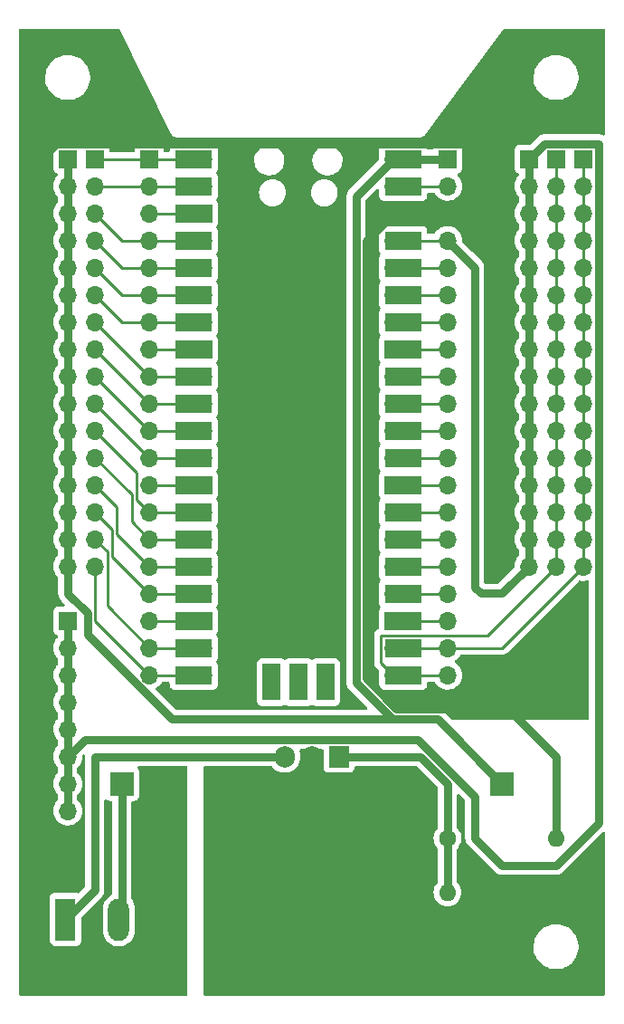
<source format=gbr>
G04 #@! TF.GenerationSoftware,KiCad,Pcbnew,6.0.2+dfsg-1*
G04 #@! TF.CreationDate,2024-08-21T11:00:15+10:00*
G04 #@! TF.ProjectId,MQTTDecoderExpansionBoard,4d515454-4465-4636-9f64-657245787061,A*
G04 #@! TF.SameCoordinates,Original*
G04 #@! TF.FileFunction,Copper,L1,Top*
G04 #@! TF.FilePolarity,Positive*
%FSLAX46Y46*%
G04 Gerber Fmt 4.6, Leading zero omitted, Abs format (unit mm)*
G04 Created by KiCad (PCBNEW 6.0.2+dfsg-1) date 2024-08-21 11:00:15*
%MOMM*%
%LPD*%
G01*
G04 APERTURE LIST*
G04 #@! TA.AperFunction,ComponentPad*
%ADD10R,1.700000X1.700000*%
G04 #@! TD*
G04 #@! TA.AperFunction,ComponentPad*
%ADD11O,1.700000X1.700000*%
G04 #@! TD*
G04 #@! TA.AperFunction,ComponentPad*
%ADD12C,1.600000*%
G04 #@! TD*
G04 #@! TA.AperFunction,ComponentPad*
%ADD13O,1.600000X1.600000*%
G04 #@! TD*
G04 #@! TA.AperFunction,SMDPad,CuDef*
%ADD14R,3.500000X1.700000*%
G04 #@! TD*
G04 #@! TA.AperFunction,SMDPad,CuDef*
%ADD15R,1.700000X3.500000*%
G04 #@! TD*
G04 #@! TA.AperFunction,ComponentPad*
%ADD16R,2.200000X2.200000*%
G04 #@! TD*
G04 #@! TA.AperFunction,ComponentPad*
%ADD17O,2.200000X2.200000*%
G04 #@! TD*
G04 #@! TA.AperFunction,ComponentPad*
%ADD18R,1.905000X2.000000*%
G04 #@! TD*
G04 #@! TA.AperFunction,ComponentPad*
%ADD19O,1.905000X2.000000*%
G04 #@! TD*
G04 #@! TA.AperFunction,ComponentPad*
%ADD20R,1.980000X3.960000*%
G04 #@! TD*
G04 #@! TA.AperFunction,ComponentPad*
%ADD21O,1.980000X3.960000*%
G04 #@! TD*
G04 #@! TA.AperFunction,Conductor*
%ADD22C,0.760000*%
G04 #@! TD*
G04 #@! TA.AperFunction,Conductor*
%ADD23C,0.750000*%
G04 #@! TD*
G04 #@! TA.AperFunction,Conductor*
%ADD24C,0.250000*%
G04 #@! TD*
G04 APERTURE END LIST*
D10*
X160020000Y-53340000D03*
D11*
X160020000Y-55880000D03*
X160020000Y-58420000D03*
X160020000Y-60960000D03*
X160020000Y-63500000D03*
X160020000Y-66040000D03*
X160020000Y-68580000D03*
X160020000Y-71120000D03*
X160020000Y-73660000D03*
X160020000Y-76200000D03*
X160020000Y-78740000D03*
X160020000Y-81280000D03*
X160020000Y-83820000D03*
X160020000Y-86360000D03*
X160020000Y-88900000D03*
X160020000Y-91440000D03*
D12*
X154940000Y-116840000D03*
D13*
X165100000Y-116840000D03*
D10*
X127000000Y-53340000D03*
D11*
X127000000Y-55880000D03*
X127000000Y-58420000D03*
X127000000Y-60960000D03*
X127000000Y-63500000D03*
X127000000Y-66040000D03*
X127000000Y-68580000D03*
X127000000Y-71120000D03*
X127000000Y-73660000D03*
X127000000Y-76200000D03*
X127000000Y-78740000D03*
X127000000Y-81280000D03*
X127000000Y-83820000D03*
X127000000Y-86360000D03*
X127000000Y-88900000D03*
X127000000Y-91440000D03*
X127000000Y-93980000D03*
X127000000Y-96520000D03*
X127000000Y-99060000D03*
X127000000Y-101600000D03*
D10*
X167640000Y-53340000D03*
D11*
X167640000Y-55880000D03*
X167640000Y-58420000D03*
X167640000Y-60960000D03*
X167640000Y-63500000D03*
X167640000Y-66040000D03*
X167640000Y-68580000D03*
X167640000Y-71120000D03*
X167640000Y-73660000D03*
X167640000Y-76200000D03*
X167640000Y-78740000D03*
X167640000Y-81280000D03*
X167640000Y-83820000D03*
X167640000Y-86360000D03*
X167640000Y-88900000D03*
X167640000Y-91440000D03*
D14*
X131180000Y-53340000D03*
D11*
X132080000Y-53340000D03*
D14*
X131180000Y-55880000D03*
D11*
X132080000Y-55880000D03*
D10*
X132080000Y-58420000D03*
D14*
X131180000Y-58420000D03*
D11*
X132080000Y-60960000D03*
D14*
X131180000Y-60960000D03*
X131180000Y-63500000D03*
D11*
X132080000Y-63500000D03*
D14*
X131180000Y-66040000D03*
D11*
X132080000Y-66040000D03*
D14*
X131180000Y-68580000D03*
D11*
X132080000Y-68580000D03*
D14*
X131180000Y-71120000D03*
D10*
X132080000Y-71120000D03*
D11*
X132080000Y-73660000D03*
D14*
X131180000Y-73660000D03*
D11*
X132080000Y-76200000D03*
D14*
X131180000Y-76200000D03*
D11*
X132080000Y-78740000D03*
D14*
X131180000Y-78740000D03*
X131180000Y-81280000D03*
D11*
X132080000Y-81280000D03*
D10*
X132080000Y-83820000D03*
D14*
X131180000Y-83820000D03*
D11*
X132080000Y-86360000D03*
D14*
X131180000Y-86360000D03*
X131180000Y-88900000D03*
D11*
X132080000Y-88900000D03*
X132080000Y-91440000D03*
D14*
X131180000Y-91440000D03*
X131180000Y-93980000D03*
D11*
X132080000Y-93980000D03*
D14*
X131180000Y-96520000D03*
D10*
X132080000Y-96520000D03*
D11*
X132080000Y-99060000D03*
D14*
X131180000Y-99060000D03*
D11*
X132080000Y-101600000D03*
D14*
X131180000Y-101600000D03*
D11*
X149860000Y-101600000D03*
D14*
X150760000Y-101600000D03*
D11*
X149860000Y-99060000D03*
D14*
X150760000Y-99060000D03*
D10*
X149860000Y-96520000D03*
D14*
X150760000Y-96520000D03*
X150760000Y-93980000D03*
D11*
X149860000Y-93980000D03*
X149860000Y-91440000D03*
D14*
X150760000Y-91440000D03*
D11*
X149860000Y-88900000D03*
D14*
X150760000Y-88900000D03*
D11*
X149860000Y-86360000D03*
D14*
X150760000Y-86360000D03*
D10*
X149860000Y-83820000D03*
D14*
X150760000Y-83820000D03*
X150760000Y-81280000D03*
D11*
X149860000Y-81280000D03*
X149860000Y-78740000D03*
D14*
X150760000Y-78740000D03*
X150760000Y-76200000D03*
D11*
X149860000Y-76200000D03*
X149860000Y-73660000D03*
D14*
X150760000Y-73660000D03*
D10*
X149860000Y-71120000D03*
D14*
X150760000Y-71120000D03*
X150760000Y-68580000D03*
D11*
X149860000Y-68580000D03*
D14*
X150760000Y-66040000D03*
D11*
X149860000Y-66040000D03*
X149860000Y-63500000D03*
D14*
X150760000Y-63500000D03*
X150760000Y-60960000D03*
D11*
X149860000Y-60960000D03*
D14*
X150760000Y-58420000D03*
D10*
X149860000Y-58420000D03*
D11*
X149860000Y-55880000D03*
D14*
X150760000Y-55880000D03*
X150760000Y-53340000D03*
D11*
X149860000Y-53340000D03*
X138430000Y-101370000D03*
D15*
X138430000Y-102270000D03*
X140970000Y-102270000D03*
D10*
X140970000Y-101370000D03*
D15*
X143510000Y-102270000D03*
D11*
X143510000Y-101370000D03*
D16*
X124460000Y-111760000D03*
D17*
X134620000Y-111760000D03*
D18*
X144780000Y-109220000D03*
D19*
X142240000Y-109220000D03*
X139700000Y-109220000D03*
D10*
X162560000Y-53340000D03*
D11*
X162560000Y-55880000D03*
X162560000Y-58420000D03*
X162560000Y-60960000D03*
X162560000Y-63500000D03*
X162560000Y-66040000D03*
X162560000Y-68580000D03*
X162560000Y-71120000D03*
X162560000Y-73660000D03*
X162560000Y-76200000D03*
X162560000Y-78740000D03*
X162560000Y-81280000D03*
X162560000Y-83820000D03*
X162560000Y-86360000D03*
X162560000Y-88900000D03*
X162560000Y-91440000D03*
D10*
X165100000Y-53340000D03*
D11*
X165100000Y-55880000D03*
X165100000Y-58420000D03*
X165100000Y-60960000D03*
X165100000Y-63500000D03*
X165100000Y-66040000D03*
X165100000Y-68580000D03*
X165100000Y-71120000D03*
X165100000Y-73660000D03*
X165100000Y-76200000D03*
X165100000Y-78740000D03*
X165100000Y-81280000D03*
X165100000Y-83820000D03*
X165100000Y-86360000D03*
X165100000Y-88900000D03*
X165100000Y-91440000D03*
D10*
X119380000Y-53340000D03*
D11*
X119380000Y-55880000D03*
X119380000Y-58420000D03*
X119380000Y-60960000D03*
X119380000Y-63500000D03*
X119380000Y-66040000D03*
X119380000Y-68580000D03*
X119380000Y-71120000D03*
X119380000Y-73660000D03*
X119380000Y-76200000D03*
X119380000Y-78740000D03*
X119380000Y-81280000D03*
X119380000Y-83820000D03*
X119380000Y-86360000D03*
X119380000Y-88900000D03*
X119380000Y-91440000D03*
D10*
X116840000Y-53340000D03*
D11*
X116840000Y-55880000D03*
X116840000Y-58420000D03*
X116840000Y-60960000D03*
X116840000Y-63500000D03*
X116840000Y-66040000D03*
X116840000Y-68580000D03*
X116840000Y-71120000D03*
X116840000Y-73660000D03*
X116840000Y-76200000D03*
X116840000Y-78740000D03*
X116840000Y-81280000D03*
X116840000Y-83820000D03*
X116840000Y-86360000D03*
X116840000Y-88900000D03*
X116840000Y-91440000D03*
D12*
X165100000Y-121920000D03*
D13*
X154940000Y-121920000D03*
D20*
X119165000Y-124470000D03*
D21*
X124165000Y-124470000D03*
X129165000Y-124470000D03*
D10*
X154940000Y-53340000D03*
D11*
X154940000Y-55880000D03*
X154940000Y-58420000D03*
X154940000Y-60960000D03*
X154940000Y-63500000D03*
X154940000Y-66040000D03*
X154940000Y-68580000D03*
X154940000Y-71120000D03*
X154940000Y-73660000D03*
X154940000Y-76200000D03*
X154940000Y-78740000D03*
X154940000Y-81280000D03*
X154940000Y-83820000D03*
X154940000Y-86360000D03*
X154940000Y-88900000D03*
X154940000Y-91440000D03*
X154940000Y-93980000D03*
X154940000Y-96520000D03*
X154940000Y-99060000D03*
X154940000Y-101600000D03*
D16*
X160020000Y-111760000D03*
D17*
X149860000Y-111760000D03*
D10*
X119380000Y-96520000D03*
D11*
X119380000Y-99060000D03*
X119380000Y-101600000D03*
X119380000Y-104140000D03*
X119380000Y-106680000D03*
X119380000Y-109220000D03*
X119380000Y-111760000D03*
X119380000Y-114300000D03*
D10*
X116840000Y-96520000D03*
D11*
X116840000Y-99060000D03*
X116840000Y-101600000D03*
X116840000Y-104140000D03*
X116840000Y-106680000D03*
X116840000Y-109220000D03*
X116840000Y-111760000D03*
X116840000Y-114300000D03*
D10*
X121920000Y-53340000D03*
D11*
X121920000Y-55880000D03*
X121920000Y-58420000D03*
X121920000Y-60960000D03*
X121920000Y-63500000D03*
X121920000Y-66040000D03*
X121920000Y-68580000D03*
X121920000Y-71120000D03*
X121920000Y-73660000D03*
X121920000Y-76200000D03*
X121920000Y-78740000D03*
X121920000Y-81280000D03*
X121920000Y-83820000D03*
X121920000Y-86360000D03*
X121920000Y-88900000D03*
X121920000Y-91440000D03*
D22*
X149764492Y-105720480D02*
X146360480Y-102316468D01*
X119380000Y-53340000D02*
X119380000Y-93980000D01*
D23*
X119380000Y-53340000D02*
X119380000Y-60960000D01*
D22*
X121215480Y-97837115D02*
X129098845Y-105720480D01*
X153980480Y-105720480D02*
X149764492Y-105720480D01*
X119380000Y-93980000D02*
X121215480Y-95815480D01*
X160020000Y-111760000D02*
X153980480Y-105720480D01*
X146360480Y-102316468D02*
X146360480Y-56839520D01*
X129098845Y-105720480D02*
X149764492Y-105720480D01*
D23*
X149860000Y-53340000D02*
X154940000Y-53340000D01*
D22*
X121215480Y-95815480D02*
X121215480Y-97837115D01*
X146360480Y-56839520D02*
X149860000Y-53340000D01*
X142240000Y-109220000D02*
X142240000Y-111760000D01*
X134620000Y-111760000D02*
X137160000Y-111760000D01*
X149860000Y-111760000D02*
X147320000Y-111760000D01*
X124460000Y-111760000D02*
X124460000Y-124175000D01*
X124460000Y-124175000D02*
X124165000Y-124470000D01*
X157480000Y-93389080D02*
X158050602Y-93959682D01*
X119380000Y-109220000D02*
X120959511Y-107640489D01*
X154940000Y-60960000D02*
X157480000Y-63500000D01*
X157480000Y-63500000D02*
X157480000Y-93389080D01*
X158050602Y-93959682D02*
X160040318Y-93959682D01*
X119380000Y-114300000D02*
X119380000Y-96520000D01*
X163989511Y-51910489D02*
X162560000Y-53340000D01*
X157480000Y-116840000D02*
X160020000Y-119380000D01*
X169069511Y-51910489D02*
X163989511Y-51910489D01*
X169069511Y-115410489D02*
X169069511Y-51910489D01*
X165100000Y-119380000D02*
X169069511Y-115410489D01*
X120959511Y-107640489D02*
X152177455Y-107640489D01*
X157480000Y-112943034D02*
X157480000Y-116840000D01*
D24*
X149860000Y-60960000D02*
X154940000Y-60960000D01*
D22*
X162560000Y-53340000D02*
X162560000Y-91440000D01*
X152177455Y-107640489D02*
X157480000Y-112943034D01*
X160020000Y-119380000D02*
X165100000Y-119380000D01*
X160040318Y-93959682D02*
X162560000Y-91440000D01*
D24*
X127000000Y-53340000D02*
X132080000Y-53340000D01*
X121920000Y-53340000D02*
X127000000Y-53340000D01*
X132080000Y-55880000D02*
X127000000Y-55880000D01*
X121920000Y-55880000D02*
X127000000Y-55880000D01*
X124460000Y-60960000D02*
X127000000Y-60960000D01*
X121920000Y-58420000D02*
X124460000Y-60960000D01*
X127000000Y-60960000D02*
X132080000Y-60960000D01*
X121920000Y-60960000D02*
X124460000Y-63500000D01*
X124460000Y-63500000D02*
X127000000Y-63500000D01*
X132080000Y-63500000D02*
X127000000Y-63500000D01*
X124460000Y-66040000D02*
X127000000Y-66040000D01*
X127000000Y-66040000D02*
X132080000Y-66040000D01*
X121920000Y-63500000D02*
X124460000Y-66040000D01*
X124460000Y-68580000D02*
X127000000Y-68580000D01*
X132080000Y-68580000D02*
X127000000Y-68580000D01*
X121920000Y-66040000D02*
X124460000Y-68580000D01*
X127000000Y-73660000D02*
X121920000Y-68580000D01*
X132080000Y-73660000D02*
X127000000Y-73660000D01*
X127000000Y-76200000D02*
X132080000Y-76200000D01*
X121920000Y-71120000D02*
X127000000Y-76200000D01*
X121920000Y-73660000D02*
X127000000Y-78740000D01*
X132080000Y-78740000D02*
X127000000Y-78740000D01*
X127000000Y-81280000D02*
X132080000Y-81280000D01*
X121920000Y-76200000D02*
X127000000Y-81280000D01*
X121920000Y-78740000D02*
X125825489Y-82645489D01*
X127000000Y-86360000D02*
X132080000Y-86360000D01*
X125825489Y-82645489D02*
X125825489Y-85185489D01*
X125825489Y-85185489D02*
X127000000Y-86360000D01*
X127000000Y-88900000D02*
X132080000Y-88900000D01*
X125375969Y-87275969D02*
X127000000Y-88900000D01*
X121920000Y-81280000D02*
X125375969Y-84735969D01*
X125375969Y-84735969D02*
X125375969Y-87275969D01*
X123993551Y-85893551D02*
X121920000Y-83820000D01*
X127000000Y-91440000D02*
X132080000Y-91440000D01*
X123993551Y-88433551D02*
X123993551Y-85893551D01*
X127000000Y-91440000D02*
X123993551Y-88433551D01*
X132080000Y-93980000D02*
X127000000Y-93980000D01*
X127000000Y-93980000D02*
X123544031Y-90524031D01*
X123544031Y-87984031D02*
X121920000Y-86360000D01*
X123544031Y-90524031D02*
X123544031Y-87984031D01*
X123094511Y-95154511D02*
X123094511Y-90074511D01*
X132080000Y-99060000D02*
X127000000Y-99060000D01*
X127000000Y-99060000D02*
X123094511Y-95154511D01*
X123094511Y-90074511D02*
X121920000Y-88900000D01*
X127000000Y-101600000D02*
X121920000Y-96520000D01*
X127000000Y-101600000D02*
X132080000Y-101600000D01*
X121920000Y-96520000D02*
X121920000Y-91440000D01*
D22*
X124095000Y-129540000D02*
X120105978Y-129540000D01*
X160020000Y-53340000D02*
X158590489Y-51910489D01*
X165100000Y-109220000D02*
X160640960Y-104760960D01*
X147320000Y-60960000D02*
X149860000Y-58420000D01*
X116840000Y-126274022D02*
X116840000Y-114300000D01*
X160640960Y-104760960D02*
X150161938Y-104760960D01*
X150161938Y-104760960D02*
X147320000Y-101919022D01*
D23*
X116840000Y-53340000D02*
X116840000Y-58420000D01*
D22*
X165100000Y-116840000D02*
X165100000Y-109220000D01*
X120105978Y-129540000D02*
X116840000Y-126274022D01*
X129165000Y-124470000D02*
X124095000Y-129540000D01*
X118269511Y-51910489D02*
X116840000Y-53340000D01*
D23*
X116840000Y-91440000D02*
X116840000Y-58420000D01*
D22*
X158590489Y-51910489D02*
X118269511Y-51910489D01*
D23*
X149860000Y-58420000D02*
X154940000Y-58420000D01*
D22*
X147320000Y-101919022D02*
X147320000Y-60960000D01*
D23*
X160020000Y-91440000D02*
X160020000Y-53340000D01*
X116840000Y-114300000D02*
X116840000Y-91440000D01*
D24*
X127000000Y-58420000D02*
X132080000Y-58420000D01*
X127000000Y-71120000D02*
X132080000Y-71120000D01*
X127000000Y-83820000D02*
X132080000Y-83820000D01*
X154940000Y-99060000D02*
X149860000Y-99060000D01*
X160020000Y-99060000D02*
X167640000Y-91440000D01*
X167640000Y-91440000D02*
X167640000Y-53340000D01*
X154940000Y-99060000D02*
X160020000Y-99060000D01*
X154940000Y-55880000D02*
X149860000Y-55880000D01*
X149860000Y-63500000D02*
X154940000Y-63500000D01*
X149860000Y-66040000D02*
X154940000Y-66040000D01*
X149860000Y-68580000D02*
X154940000Y-68580000D01*
X149860000Y-71120000D02*
X154940000Y-71120000D01*
X149860000Y-73660000D02*
X154940000Y-73660000D01*
X149860000Y-76200000D02*
X154940000Y-76200000D01*
X149860000Y-78740000D02*
X154940000Y-78740000D01*
X149860000Y-81280000D02*
X154940000Y-81280000D01*
X149860000Y-83820000D02*
X154940000Y-83820000D01*
X149860000Y-86360000D02*
X154940000Y-86360000D01*
X149860000Y-88900000D02*
X154940000Y-88900000D01*
X149860000Y-91440000D02*
X154940000Y-91440000D01*
X165100000Y-91440000D02*
X165100000Y-53340000D01*
X148685489Y-100425489D02*
X148685489Y-97885489D01*
X149860000Y-101600000D02*
X154940000Y-101600000D01*
X148685489Y-97885489D02*
X158654511Y-97885489D01*
X149860000Y-101600000D02*
X148685489Y-100425489D01*
X158654511Y-97885489D02*
X165100000Y-91440000D01*
D22*
X139700000Y-109220000D02*
X121920000Y-109220000D01*
X121920000Y-121715000D02*
X119165000Y-124470000D01*
X121920000Y-109220000D02*
X121920000Y-121715000D01*
X139700000Y-109220000D02*
X137160000Y-109220000D01*
D24*
X132080000Y-96520000D02*
X127000000Y-96520000D01*
X149860000Y-96520000D02*
X154940000Y-96520000D01*
X149860000Y-93980000D02*
X154940000Y-93980000D01*
D22*
X144780000Y-109220000D02*
X152400000Y-109220000D01*
X152400000Y-109220000D02*
X154940000Y-111760000D01*
X154940000Y-121920000D02*
X154940000Y-116840000D01*
X154940000Y-111760000D02*
X154940000Y-116840000D01*
G04 #@! TA.AperFunction,Conductor*
G36*
X143261121Y-108548991D02*
G01*
X143307614Y-108602647D01*
X143319000Y-108654989D01*
X143319000Y-110268134D01*
X143325755Y-110330316D01*
X143376885Y-110466705D01*
X143464239Y-110583261D01*
X143580795Y-110670615D01*
X143717184Y-110721745D01*
X143779366Y-110728500D01*
X145780634Y-110728500D01*
X145842816Y-110721745D01*
X145979205Y-110670615D01*
X146095761Y-110583261D01*
X146183115Y-110466705D01*
X146234245Y-110330316D01*
X146241000Y-110268134D01*
X146241000Y-110234500D01*
X146261002Y-110166379D01*
X146314658Y-110119886D01*
X146367000Y-110108500D01*
X151979782Y-110108500D01*
X152047903Y-110128502D01*
X152068877Y-110145405D01*
X154014595Y-112091124D01*
X154048621Y-112153436D01*
X154051500Y-112180219D01*
X154051500Y-115825812D01*
X154031498Y-115893933D01*
X154014595Y-115914907D01*
X153933802Y-115995700D01*
X153930645Y-116000208D01*
X153930643Y-116000211D01*
X153875902Y-116078389D01*
X153802477Y-116183251D01*
X153800154Y-116188233D01*
X153800151Y-116188238D01*
X153720184Y-116359730D01*
X153705716Y-116390757D01*
X153704294Y-116396064D01*
X153704293Y-116396067D01*
X153656869Y-116573055D01*
X153646457Y-116611913D01*
X153626502Y-116840000D01*
X153646457Y-117068087D01*
X153647881Y-117073400D01*
X153647881Y-117073402D01*
X153684241Y-117209096D01*
X153705716Y-117289243D01*
X153708039Y-117294224D01*
X153708039Y-117294225D01*
X153800151Y-117491762D01*
X153800154Y-117491767D01*
X153802477Y-117496749D01*
X153933802Y-117684300D01*
X154014595Y-117765093D01*
X154048621Y-117827405D01*
X154051500Y-117854188D01*
X154051500Y-120905812D01*
X154031498Y-120973933D01*
X154014595Y-120994907D01*
X153933802Y-121075700D01*
X153802477Y-121263251D01*
X153800154Y-121268233D01*
X153800151Y-121268238D01*
X153708039Y-121465775D01*
X153705716Y-121470757D01*
X153646457Y-121691913D01*
X153626502Y-121920000D01*
X153646457Y-122148087D01*
X153705716Y-122369243D01*
X153708039Y-122374224D01*
X153708039Y-122374225D01*
X153800151Y-122571762D01*
X153800154Y-122571767D01*
X153802477Y-122576749D01*
X153933802Y-122764300D01*
X154095700Y-122926198D01*
X154100208Y-122929355D01*
X154100211Y-122929357D01*
X154178389Y-122984098D01*
X154283251Y-123057523D01*
X154288233Y-123059846D01*
X154288238Y-123059849D01*
X154485775Y-123151961D01*
X154490757Y-123154284D01*
X154496065Y-123155706D01*
X154496067Y-123155707D01*
X154706598Y-123212119D01*
X154706600Y-123212119D01*
X154711913Y-123213543D01*
X154940000Y-123233498D01*
X155168087Y-123213543D01*
X155173400Y-123212119D01*
X155173402Y-123212119D01*
X155383933Y-123155707D01*
X155383935Y-123155706D01*
X155389243Y-123154284D01*
X155394225Y-123151961D01*
X155591762Y-123059849D01*
X155591767Y-123059846D01*
X155596749Y-123057523D01*
X155701611Y-122984098D01*
X155779789Y-122929357D01*
X155779792Y-122929355D01*
X155784300Y-122926198D01*
X155946198Y-122764300D01*
X156077523Y-122576749D01*
X156079846Y-122571767D01*
X156079849Y-122571762D01*
X156171961Y-122374225D01*
X156171961Y-122374224D01*
X156174284Y-122369243D01*
X156233543Y-122148087D01*
X156253498Y-121920000D01*
X156233543Y-121691913D01*
X156174284Y-121470757D01*
X156171961Y-121465775D01*
X156079849Y-121268238D01*
X156079846Y-121268233D01*
X156077523Y-121263251D01*
X155946198Y-121075700D01*
X155865405Y-120994907D01*
X155831379Y-120932595D01*
X155828500Y-120905812D01*
X155828500Y-117854188D01*
X155848502Y-117786067D01*
X155865405Y-117765093D01*
X155946198Y-117684300D01*
X156077523Y-117496749D01*
X156079846Y-117491767D01*
X156079849Y-117491762D01*
X156171961Y-117294225D01*
X156171961Y-117294224D01*
X156174284Y-117289243D01*
X156195760Y-117209096D01*
X156232119Y-117073402D01*
X156232119Y-117073400D01*
X156233543Y-117068087D01*
X156253498Y-116840000D01*
X156233543Y-116611913D01*
X156223131Y-116573055D01*
X156175707Y-116396067D01*
X156175706Y-116396064D01*
X156174284Y-116390757D01*
X156159816Y-116359730D01*
X156079849Y-116188238D01*
X156079846Y-116188233D01*
X156077523Y-116183251D01*
X156004098Y-116078389D01*
X155949357Y-116000211D01*
X155949355Y-116000208D01*
X155946198Y-115995700D01*
X155865405Y-115914907D01*
X155831379Y-115852595D01*
X155828500Y-115825812D01*
X155828500Y-112852252D01*
X155848502Y-112784131D01*
X155902158Y-112737638D01*
X155972432Y-112727534D01*
X156037012Y-112757028D01*
X156043595Y-112763157D01*
X156554595Y-113274157D01*
X156588621Y-113336469D01*
X156591500Y-113363252D01*
X156591500Y-116760160D01*
X156589949Y-116779870D01*
X156587831Y-116793243D01*
X156588176Y-116799831D01*
X156588176Y-116799835D01*
X156591327Y-116859957D01*
X156591500Y-116866551D01*
X156591500Y-116886563D01*
X156591845Y-116889848D01*
X156591846Y-116889861D01*
X156593592Y-116906468D01*
X156594109Y-116913040D01*
X156597605Y-116979758D01*
X156601110Y-116992837D01*
X156604714Y-117012283D01*
X156606129Y-117025747D01*
X156626779Y-117089302D01*
X156628646Y-117095603D01*
X156645945Y-117160164D01*
X156648942Y-117166046D01*
X156652094Y-117172233D01*
X156659658Y-117190494D01*
X156661801Y-117197090D01*
X156661803Y-117197095D01*
X156663844Y-117203376D01*
X156695123Y-117257553D01*
X156697253Y-117261242D01*
X156700400Y-117267038D01*
X156714253Y-117294225D01*
X156730737Y-117326577D01*
X156738847Y-117336591D01*
X156739256Y-117337097D01*
X156750457Y-117353395D01*
X156753926Y-117359404D01*
X156753929Y-117359408D01*
X156757229Y-117365124D01*
X156761644Y-117370028D01*
X156761646Y-117370030D01*
X156801954Y-117414796D01*
X156806233Y-117419806D01*
X156818811Y-117435339D01*
X156832936Y-117449464D01*
X156837477Y-117454248D01*
X156882203Y-117503921D01*
X156893169Y-117511888D01*
X156908197Y-117524725D01*
X159335278Y-119951807D01*
X159348115Y-119966836D01*
X159356079Y-119977797D01*
X159360981Y-119982210D01*
X159360982Y-119982212D01*
X159405742Y-120022514D01*
X159410526Y-120027055D01*
X159424660Y-120041189D01*
X159427225Y-120043266D01*
X159440204Y-120053776D01*
X159445225Y-120058064D01*
X159489970Y-120098354D01*
X159489973Y-120098356D01*
X159494876Y-120102771D01*
X159500597Y-120106074D01*
X159506609Y-120109546D01*
X159522894Y-120120738D01*
X159528293Y-120125110D01*
X159528299Y-120125114D01*
X159533423Y-120129263D01*
X159539301Y-120132258D01*
X159592962Y-120159600D01*
X159598758Y-120162747D01*
X159656624Y-120196156D01*
X159662905Y-120198197D01*
X159662910Y-120198199D01*
X159669506Y-120200342D01*
X159687767Y-120207906D01*
X159693954Y-120211058D01*
X159699836Y-120214055D01*
X159764397Y-120231354D01*
X159770698Y-120233221D01*
X159834253Y-120253871D01*
X159847717Y-120255286D01*
X159867157Y-120258889D01*
X159880242Y-120262395D01*
X159886831Y-120262740D01*
X159886836Y-120262741D01*
X159924028Y-120264689D01*
X159946960Y-120265891D01*
X159953532Y-120266408D01*
X159970139Y-120268154D01*
X159970152Y-120268155D01*
X159973437Y-120268500D01*
X159993449Y-120268500D01*
X160000043Y-120268673D01*
X160060164Y-120271824D01*
X160060168Y-120271824D01*
X160066756Y-120272169D01*
X160080129Y-120270051D01*
X160099839Y-120268500D01*
X165020160Y-120268500D01*
X165039870Y-120270051D01*
X165053243Y-120272169D01*
X165059831Y-120271824D01*
X165059835Y-120271824D01*
X165119957Y-120268673D01*
X165126551Y-120268500D01*
X165146563Y-120268500D01*
X165149848Y-120268155D01*
X165149861Y-120268154D01*
X165166468Y-120266408D01*
X165173040Y-120265891D01*
X165195972Y-120264689D01*
X165233164Y-120262741D01*
X165233169Y-120262740D01*
X165239758Y-120262395D01*
X165252843Y-120258889D01*
X165272283Y-120255286D01*
X165285747Y-120253871D01*
X165349302Y-120233221D01*
X165355603Y-120231354D01*
X165420164Y-120214055D01*
X165426046Y-120211058D01*
X165432233Y-120207906D01*
X165450494Y-120200342D01*
X165457090Y-120198199D01*
X165457095Y-120198197D01*
X165463376Y-120196156D01*
X165521242Y-120162747D01*
X165527038Y-120159600D01*
X165580696Y-120132260D01*
X165580699Y-120132258D01*
X165586577Y-120129263D01*
X165597096Y-120120744D01*
X165613395Y-120109543D01*
X165619404Y-120106074D01*
X165619408Y-120106071D01*
X165625124Y-120102771D01*
X165674796Y-120058046D01*
X165679812Y-120053762D01*
X165695339Y-120041189D01*
X165709473Y-120027055D01*
X165714248Y-120022523D01*
X165759018Y-119982212D01*
X165759019Y-119982210D01*
X165763921Y-119977797D01*
X165771888Y-119966831D01*
X165784725Y-119951803D01*
X169456905Y-116279624D01*
X169519217Y-116245598D01*
X169590033Y-116250663D01*
X169646868Y-116293210D01*
X169671679Y-116359730D01*
X169672000Y-116368719D01*
X169672000Y-131446000D01*
X169651998Y-131514121D01*
X169598342Y-131560614D01*
X169546000Y-131572000D01*
X132206000Y-131572000D01*
X132137879Y-131551998D01*
X132091386Y-131498342D01*
X132080000Y-131446000D01*
X132080000Y-127132703D01*
X162990743Y-127132703D01*
X163028268Y-127417734D01*
X163104129Y-127695036D01*
X163216923Y-127959476D01*
X163364561Y-128206161D01*
X163544313Y-128430528D01*
X163752851Y-128628423D01*
X163986317Y-128796186D01*
X163990112Y-128798195D01*
X163990113Y-128798196D01*
X164011869Y-128809715D01*
X164240392Y-128930712D01*
X164510373Y-129029511D01*
X164791264Y-129090755D01*
X164819841Y-129093004D01*
X165014282Y-129108307D01*
X165014291Y-129108307D01*
X165016739Y-129108500D01*
X165172271Y-129108500D01*
X165174407Y-129108354D01*
X165174418Y-129108354D01*
X165382548Y-129094165D01*
X165382554Y-129094164D01*
X165386825Y-129093873D01*
X165391020Y-129093004D01*
X165391022Y-129093004D01*
X165527584Y-129064723D01*
X165668342Y-129035574D01*
X165939343Y-128939607D01*
X166194812Y-128807750D01*
X166198313Y-128805289D01*
X166198317Y-128805287D01*
X166312418Y-128725095D01*
X166430023Y-128642441D01*
X166640622Y-128446740D01*
X166822713Y-128224268D01*
X166972927Y-127979142D01*
X167088483Y-127715898D01*
X167167244Y-127439406D01*
X167207751Y-127154784D01*
X167207845Y-127136951D01*
X167209235Y-126871583D01*
X167209235Y-126871576D01*
X167209257Y-126867297D01*
X167171732Y-126582266D01*
X167095871Y-126304964D01*
X166983077Y-126040524D01*
X166835439Y-125793839D01*
X166655687Y-125569472D01*
X166447149Y-125371577D01*
X166213683Y-125203814D01*
X166191843Y-125192250D01*
X166168654Y-125179972D01*
X165959608Y-125069288D01*
X165689627Y-124970489D01*
X165408736Y-124909245D01*
X165377685Y-124906801D01*
X165185718Y-124891693D01*
X165185709Y-124891693D01*
X165183261Y-124891500D01*
X165027729Y-124891500D01*
X165025593Y-124891646D01*
X165025582Y-124891646D01*
X164817452Y-124905835D01*
X164817446Y-124905836D01*
X164813175Y-124906127D01*
X164808980Y-124906996D01*
X164808978Y-124906996D01*
X164672417Y-124935276D01*
X164531658Y-124964426D01*
X164260657Y-125060393D01*
X164005188Y-125192250D01*
X164001687Y-125194711D01*
X164001683Y-125194713D01*
X163991594Y-125201804D01*
X163769977Y-125357559D01*
X163559378Y-125553260D01*
X163377287Y-125775732D01*
X163227073Y-126020858D01*
X163111517Y-126284102D01*
X163032756Y-126560594D01*
X162992249Y-126845216D01*
X162992227Y-126849505D01*
X162992226Y-126849512D01*
X162990765Y-127128417D01*
X162990743Y-127132703D01*
X132080000Y-127132703D01*
X132080000Y-110234500D01*
X132100002Y-110166379D01*
X132153658Y-110119886D01*
X132206000Y-110108500D01*
X138435850Y-110108500D01*
X138503971Y-110128502D01*
X138535681Y-110157625D01*
X138535691Y-110157638D01*
X138538498Y-110161977D01*
X138700186Y-110339670D01*
X138777017Y-110400347D01*
X138884670Y-110485367D01*
X138884675Y-110485370D01*
X138888724Y-110488568D01*
X138893240Y-110491061D01*
X138893243Y-110491063D01*
X139094526Y-110602177D01*
X139094530Y-110602179D01*
X139099050Y-110604674D01*
X139103919Y-110606398D01*
X139103923Y-110606400D01*
X139320640Y-110683144D01*
X139320644Y-110683145D01*
X139325515Y-110684870D01*
X139330608Y-110685777D01*
X139330611Y-110685778D01*
X139556948Y-110726095D01*
X139556954Y-110726096D01*
X139562037Y-110727001D01*
X139649400Y-110728068D01*
X139797093Y-110729873D01*
X139797095Y-110729873D01*
X139802263Y-110729936D01*
X140039744Y-110693596D01*
X140151997Y-110656906D01*
X140263183Y-110620566D01*
X140263189Y-110620563D01*
X140268101Y-110618958D01*
X140272687Y-110616571D01*
X140272691Y-110616569D01*
X140476607Y-110510416D01*
X140481200Y-110508025D01*
X140596170Y-110421703D01*
X140669185Y-110366882D01*
X140669188Y-110366880D01*
X140673320Y-110363777D01*
X140820860Y-110209385D01*
X140835728Y-110193827D01*
X140839301Y-110190088D01*
X140974686Y-109991622D01*
X141075837Y-109773710D01*
X141140040Y-109542202D01*
X141161000Y-109346072D01*
X141161000Y-109111598D01*
X141158965Y-109086837D01*
X141146746Y-108938224D01*
X141146322Y-108933063D01*
X141097653Y-108739304D01*
X141089054Y-108705071D01*
X141089053Y-108705068D01*
X141087794Y-108700056D01*
X141085824Y-108695526D01*
X141082811Y-108624660D01*
X141118622Y-108563357D01*
X141181891Y-108531146D01*
X141205106Y-108528989D01*
X143193000Y-108528989D01*
X143261121Y-108548991D01*
G37*
G04 #@! TD.AperFunction*
G04 #@! TA.AperFunction,Conductor*
G36*
X124136287Y-41168002D02*
G01*
X124180864Y-41217651D01*
X129059192Y-50974307D01*
X129067642Y-50996028D01*
X129069044Y-51000932D01*
X129071512Y-51009565D01*
X129084627Y-51030351D01*
X129093756Y-51044820D01*
X129099892Y-51055706D01*
X129101944Y-51059810D01*
X129104492Y-51063488D01*
X129104494Y-51063491D01*
X129114629Y-51078119D01*
X129117612Y-51082630D01*
X129149160Y-51132631D01*
X129155678Y-51138388D01*
X129156280Y-51139170D01*
X129158174Y-51141301D01*
X129158877Y-51141987D01*
X129163828Y-51149133D01*
X129207422Y-51184415D01*
X129209784Y-51186327D01*
X129213921Y-51189825D01*
X129258228Y-51228956D01*
X129266100Y-51232652D01*
X129266902Y-51233238D01*
X129269303Y-51234742D01*
X129270178Y-51235207D01*
X129276938Y-51240678D01*
X129285220Y-51244140D01*
X129285227Y-51244144D01*
X129331483Y-51263479D01*
X129336438Y-51265676D01*
X129389948Y-51290799D01*
X129398541Y-51292137D01*
X129399473Y-51292473D01*
X129402199Y-51293243D01*
X129403173Y-51293444D01*
X129411196Y-51296798D01*
X129420121Y-51297797D01*
X129420122Y-51297797D01*
X129441026Y-51300136D01*
X129469923Y-51303370D01*
X129475288Y-51304086D01*
X129500423Y-51308000D01*
X129505287Y-51308000D01*
X129507885Y-51308201D01*
X129518292Y-51308782D01*
X129546886Y-51311982D01*
X129546889Y-51311982D01*
X129555808Y-51312980D01*
X129573532Y-51309882D01*
X129595227Y-51308000D01*
X152373912Y-51308000D01*
X152384062Y-51308409D01*
X152431601Y-51312251D01*
X152483750Y-51301470D01*
X152491343Y-51300143D01*
X152544045Y-51292595D01*
X152552220Y-51288878D01*
X152558826Y-51286946D01*
X152565307Y-51284609D01*
X152574102Y-51282791D01*
X152621113Y-51257816D01*
X152628049Y-51254401D01*
X152668338Y-51236083D01*
X152668340Y-51236082D01*
X152676510Y-51232367D01*
X152683312Y-51226506D01*
X152689127Y-51222787D01*
X152694682Y-51218732D01*
X152702608Y-51214521D01*
X152740714Y-51177361D01*
X152746435Y-51172116D01*
X152762552Y-51158229D01*
X152786747Y-51137381D01*
X152814837Y-51094044D01*
X152819768Y-51086977D01*
X156745473Y-45852703D01*
X162990743Y-45852703D01*
X163028268Y-46137734D01*
X163104129Y-46415036D01*
X163216923Y-46679476D01*
X163364561Y-46926161D01*
X163544313Y-47150528D01*
X163752851Y-47348423D01*
X163986317Y-47516186D01*
X163990112Y-47518195D01*
X163990113Y-47518196D01*
X164011869Y-47529715D01*
X164240392Y-47650712D01*
X164510373Y-47749511D01*
X164791264Y-47810755D01*
X164819841Y-47813004D01*
X165014282Y-47828307D01*
X165014291Y-47828307D01*
X165016739Y-47828500D01*
X165172271Y-47828500D01*
X165174407Y-47828354D01*
X165174418Y-47828354D01*
X165382548Y-47814165D01*
X165382554Y-47814164D01*
X165386825Y-47813873D01*
X165391020Y-47813004D01*
X165391022Y-47813004D01*
X165527583Y-47784724D01*
X165668342Y-47755574D01*
X165939343Y-47659607D01*
X166194812Y-47527750D01*
X166198313Y-47525289D01*
X166198317Y-47525287D01*
X166312417Y-47445096D01*
X166430023Y-47362441D01*
X166640622Y-47166740D01*
X166822713Y-46944268D01*
X166972927Y-46699142D01*
X167088483Y-46435898D01*
X167167244Y-46159406D01*
X167207751Y-45874784D01*
X167207845Y-45856951D01*
X167209235Y-45591583D01*
X167209235Y-45591576D01*
X167209257Y-45587297D01*
X167171732Y-45302266D01*
X167095871Y-45024964D01*
X166983077Y-44760524D01*
X166835439Y-44513839D01*
X166655687Y-44289472D01*
X166447149Y-44091577D01*
X166213683Y-43923814D01*
X166191843Y-43912250D01*
X166168654Y-43899972D01*
X165959608Y-43789288D01*
X165689627Y-43690489D01*
X165408736Y-43629245D01*
X165377685Y-43626801D01*
X165185718Y-43611693D01*
X165185709Y-43611693D01*
X165183261Y-43611500D01*
X165027729Y-43611500D01*
X165025593Y-43611646D01*
X165025582Y-43611646D01*
X164817452Y-43625835D01*
X164817446Y-43625836D01*
X164813175Y-43626127D01*
X164808980Y-43626996D01*
X164808978Y-43626996D01*
X164672416Y-43655277D01*
X164531658Y-43684426D01*
X164260657Y-43780393D01*
X164005188Y-43912250D01*
X164001687Y-43914711D01*
X164001683Y-43914713D01*
X163991594Y-43921804D01*
X163769977Y-44077559D01*
X163559378Y-44273260D01*
X163377287Y-44495732D01*
X163227073Y-44740858D01*
X163111517Y-45004102D01*
X163032756Y-45280594D01*
X162992249Y-45565216D01*
X162992227Y-45569505D01*
X162992226Y-45569512D01*
X162990765Y-45848417D01*
X162990743Y-45852703D01*
X156745473Y-45852703D01*
X160236200Y-41198400D01*
X160293074Y-41155905D01*
X160337000Y-41148000D01*
X169546000Y-41148000D01*
X169614121Y-41168002D01*
X169660614Y-41221658D01*
X169672000Y-41274000D01*
X169672000Y-51012128D01*
X169651998Y-51080249D01*
X169598342Y-51126742D01*
X169528068Y-51136846D01*
X169494755Y-51127236D01*
X169479462Y-51120427D01*
X169467723Y-51114445D01*
X169438605Y-51097634D01*
X169438603Y-51097633D01*
X169432887Y-51094333D01*
X169394633Y-51081904D01*
X169382325Y-51077179D01*
X169351622Y-51063509D01*
X169351623Y-51063509D01*
X169345585Y-51060821D01*
X169319928Y-51055367D01*
X169306243Y-51052458D01*
X169293508Y-51049046D01*
X169255258Y-51036618D01*
X169231929Y-51034166D01*
X169215262Y-51032414D01*
X169202238Y-51030351D01*
X169169355Y-51023362D01*
X169169356Y-51023362D01*
X169162896Y-51021989D01*
X164069351Y-51021989D01*
X164049641Y-51020438D01*
X164042785Y-51019352D01*
X164042784Y-51019352D01*
X164036268Y-51018320D01*
X164029680Y-51018665D01*
X164029676Y-51018665D01*
X163969555Y-51021816D01*
X163962961Y-51021989D01*
X163942948Y-51021989D01*
X163939679Y-51022333D01*
X163939672Y-51022333D01*
X163923046Y-51024081D01*
X163916479Y-51024598D01*
X163887225Y-51026131D01*
X163856348Y-51027748D01*
X163856343Y-51027749D01*
X163849754Y-51028094D01*
X163836669Y-51031600D01*
X163817227Y-51035203D01*
X163803764Y-51036618D01*
X163797483Y-51038659D01*
X163797482Y-51038659D01*
X163740229Y-51057261D01*
X163733906Y-51059134D01*
X163675733Y-51074722D01*
X163675726Y-51074725D01*
X163669347Y-51076434D01*
X163663464Y-51079431D01*
X163663460Y-51079433D01*
X163657278Y-51082583D01*
X163639017Y-51090147D01*
X163632421Y-51092290D01*
X163632416Y-51092292D01*
X163626135Y-51094333D01*
X163572953Y-51125038D01*
X163568269Y-51127742D01*
X163562473Y-51130889D01*
X163508815Y-51158229D01*
X163508812Y-51158231D01*
X163502934Y-51161226D01*
X163492920Y-51169336D01*
X163492414Y-51169745D01*
X163476116Y-51180946D01*
X163470107Y-51184415D01*
X163470103Y-51184418D01*
X163464387Y-51187718D01*
X163459483Y-51192133D01*
X163459481Y-51192135D01*
X163414715Y-51232443D01*
X163409705Y-51236722D01*
X163394172Y-51249300D01*
X163380047Y-51263425D01*
X163375263Y-51267966D01*
X163330578Y-51308201D01*
X163325590Y-51312692D01*
X163317623Y-51323658D01*
X163304786Y-51338686D01*
X162698877Y-51944595D01*
X162636565Y-51978621D01*
X162609782Y-51981500D01*
X161661866Y-51981500D01*
X161599684Y-51988255D01*
X161463295Y-52039385D01*
X161346739Y-52126739D01*
X161259385Y-52243295D01*
X161208255Y-52379684D01*
X161201500Y-52441866D01*
X161201500Y-54238134D01*
X161208255Y-54300316D01*
X161259385Y-54436705D01*
X161346739Y-54553261D01*
X161463295Y-54640615D01*
X161471704Y-54643767D01*
X161471705Y-54643768D01*
X161580451Y-54684535D01*
X161637216Y-54727176D01*
X161661916Y-54793738D01*
X161646709Y-54863087D01*
X161627316Y-54889568D01*
X161500629Y-55022138D01*
X161374743Y-55206680D01*
X161327715Y-55307993D01*
X161283328Y-55403618D01*
X161280688Y-55409305D01*
X161220989Y-55624570D01*
X161197251Y-55846695D01*
X161197548Y-55851848D01*
X161197548Y-55851851D01*
X161209719Y-56062939D01*
X161210110Y-56069715D01*
X161211247Y-56074761D01*
X161211248Y-56074767D01*
X161229284Y-56154795D01*
X161259222Y-56287639D01*
X161343266Y-56494616D01*
X161390306Y-56571379D01*
X161457291Y-56680688D01*
X161459987Y-56685088D01*
X161606250Y-56853938D01*
X161625985Y-56870322D01*
X161665620Y-56929223D01*
X161671500Y-56967266D01*
X161671500Y-57332808D01*
X161651498Y-57400929D01*
X161636594Y-57419859D01*
X161629888Y-57426877D01*
X161500629Y-57562138D01*
X161497720Y-57566403D01*
X161497714Y-57566411D01*
X161479838Y-57592617D01*
X161374743Y-57746680D01*
X161280688Y-57949305D01*
X161220989Y-58164570D01*
X161197251Y-58386695D01*
X161197548Y-58391848D01*
X161197548Y-58391851D01*
X161203011Y-58486590D01*
X161210110Y-58609715D01*
X161211247Y-58614761D01*
X161211248Y-58614767D01*
X161231119Y-58702939D01*
X161259222Y-58827639D01*
X161343266Y-59034616D01*
X161392285Y-59114608D01*
X161457291Y-59220688D01*
X161459987Y-59225088D01*
X161606250Y-59393938D01*
X161625985Y-59410322D01*
X161665620Y-59469223D01*
X161671500Y-59507266D01*
X161671500Y-59872808D01*
X161651498Y-59940929D01*
X161636594Y-59959859D01*
X161629888Y-59966877D01*
X161500629Y-60102138D01*
X161374743Y-60286680D01*
X161280688Y-60489305D01*
X161220989Y-60704570D01*
X161197251Y-60926695D01*
X161197548Y-60931848D01*
X161197548Y-60931851D01*
X161204968Y-61060532D01*
X161210110Y-61149715D01*
X161211247Y-61154761D01*
X161211248Y-61154767D01*
X161231119Y-61242939D01*
X161259222Y-61367639D01*
X161320673Y-61518976D01*
X161324000Y-61527168D01*
X161343266Y-61574616D01*
X161390306Y-61651379D01*
X161457291Y-61760688D01*
X161459987Y-61765088D01*
X161606250Y-61933938D01*
X161625985Y-61950322D01*
X161665620Y-62009223D01*
X161671500Y-62047266D01*
X161671500Y-62412808D01*
X161651498Y-62480929D01*
X161636594Y-62499859D01*
X161629888Y-62506877D01*
X161500629Y-62642138D01*
X161374743Y-62826680D01*
X161346195Y-62888182D01*
X161285332Y-63019301D01*
X161280688Y-63029305D01*
X161220989Y-63244570D01*
X161197251Y-63466695D01*
X161197548Y-63471848D01*
X161197548Y-63471851D01*
X161209812Y-63684547D01*
X161210110Y-63689715D01*
X161211247Y-63694761D01*
X161211248Y-63694767D01*
X161224418Y-63753204D01*
X161259222Y-63907639D01*
X161320673Y-64058976D01*
X161324000Y-64067168D01*
X161343266Y-64114616D01*
X161390306Y-64191379D01*
X161457291Y-64300688D01*
X161459987Y-64305088D01*
X161606250Y-64473938D01*
X161625985Y-64490322D01*
X161665620Y-64549223D01*
X161671500Y-64587266D01*
X161671500Y-64952808D01*
X161651498Y-65020929D01*
X161636594Y-65039859D01*
X161629888Y-65046877D01*
X161500629Y-65182138D01*
X161374743Y-65366680D01*
X161280688Y-65569305D01*
X161220989Y-65784570D01*
X161197251Y-66006695D01*
X161197548Y-66011848D01*
X161197548Y-66011851D01*
X161209812Y-66224547D01*
X161210110Y-66229715D01*
X161211247Y-66234761D01*
X161211248Y-66234767D01*
X161231119Y-66322939D01*
X161259222Y-66447639D01*
X161320673Y-66598976D01*
X161324000Y-66607168D01*
X161343266Y-66654616D01*
X161390306Y-66731379D01*
X161457291Y-66840688D01*
X161459987Y-66845088D01*
X161606250Y-67013938D01*
X161625985Y-67030322D01*
X161665620Y-67089223D01*
X161671500Y-67127266D01*
X161671500Y-67492808D01*
X161651498Y-67560929D01*
X161636594Y-67579859D01*
X161629888Y-67586877D01*
X161500629Y-67722138D01*
X161374743Y-67906680D01*
X161280688Y-68109305D01*
X161220989Y-68324570D01*
X161197251Y-68546695D01*
X161197548Y-68551848D01*
X161197548Y-68551851D01*
X161209812Y-68764547D01*
X161210110Y-68769715D01*
X161211247Y-68774761D01*
X161211248Y-68774767D01*
X161231119Y-68862939D01*
X161259222Y-68987639D01*
X161320673Y-69138976D01*
X161324000Y-69147168D01*
X161343266Y-69194616D01*
X161390306Y-69271379D01*
X161457291Y-69380688D01*
X161459987Y-69385088D01*
X161606250Y-69553938D01*
X161625985Y-69570322D01*
X161665620Y-69629223D01*
X161671500Y-69667266D01*
X161671500Y-70032808D01*
X161651498Y-70100929D01*
X161636594Y-70119859D01*
X161629888Y-70126877D01*
X161500629Y-70262138D01*
X161374743Y-70446680D01*
X161280688Y-70649305D01*
X161220989Y-70864570D01*
X161197251Y-71086695D01*
X161197548Y-71091848D01*
X161197548Y-71091851D01*
X161203011Y-71186590D01*
X161210110Y-71309715D01*
X161211247Y-71314761D01*
X161211248Y-71314767D01*
X161231119Y-71402939D01*
X161259222Y-71527639D01*
X161343266Y-71734616D01*
X161390306Y-71811379D01*
X161457291Y-71920688D01*
X161459987Y-71925088D01*
X161606250Y-72093938D01*
X161625985Y-72110322D01*
X161665620Y-72169223D01*
X161671500Y-72207266D01*
X161671500Y-72572808D01*
X161651498Y-72640929D01*
X161636594Y-72659859D01*
X161629888Y-72666877D01*
X161500629Y-72802138D01*
X161374743Y-72986680D01*
X161280688Y-73189305D01*
X161220989Y-73404570D01*
X161197251Y-73626695D01*
X161197548Y-73631848D01*
X161197548Y-73631851D01*
X161205117Y-73763118D01*
X161210110Y-73849715D01*
X161211247Y-73854761D01*
X161211248Y-73854767D01*
X161231119Y-73942939D01*
X161259222Y-74067639D01*
X161343266Y-74274616D01*
X161390306Y-74351379D01*
X161457291Y-74460688D01*
X161459987Y-74465088D01*
X161606250Y-74633938D01*
X161625985Y-74650322D01*
X161665620Y-74709223D01*
X161671500Y-74747266D01*
X161671500Y-75112808D01*
X161651498Y-75180929D01*
X161636594Y-75199859D01*
X161629888Y-75206877D01*
X161500629Y-75342138D01*
X161374743Y-75526680D01*
X161280688Y-75729305D01*
X161220989Y-75944570D01*
X161197251Y-76166695D01*
X161197548Y-76171848D01*
X161197548Y-76171851D01*
X161205117Y-76303118D01*
X161210110Y-76389715D01*
X161211247Y-76394761D01*
X161211248Y-76394767D01*
X161231119Y-76482939D01*
X161259222Y-76607639D01*
X161343266Y-76814616D01*
X161390306Y-76891379D01*
X161457291Y-77000688D01*
X161459987Y-77005088D01*
X161606250Y-77173938D01*
X161625985Y-77190322D01*
X161665620Y-77249223D01*
X161671500Y-77287266D01*
X161671500Y-77652808D01*
X161651498Y-77720929D01*
X161636594Y-77739859D01*
X161629888Y-77746877D01*
X161500629Y-77882138D01*
X161374743Y-78066680D01*
X161280688Y-78269305D01*
X161220989Y-78484570D01*
X161197251Y-78706695D01*
X161197548Y-78711848D01*
X161197548Y-78711851D01*
X161205117Y-78843118D01*
X161210110Y-78929715D01*
X161211247Y-78934761D01*
X161211248Y-78934767D01*
X161231119Y-79022939D01*
X161259222Y-79147639D01*
X161343266Y-79354616D01*
X161390306Y-79431379D01*
X161457291Y-79540688D01*
X161459987Y-79545088D01*
X161606250Y-79713938D01*
X161625985Y-79730322D01*
X161665620Y-79789223D01*
X161671500Y-79827266D01*
X161671500Y-80192808D01*
X161651498Y-80260929D01*
X161636594Y-80279859D01*
X161629888Y-80286877D01*
X161500629Y-80422138D01*
X161374743Y-80606680D01*
X161280688Y-80809305D01*
X161220989Y-81024570D01*
X161197251Y-81246695D01*
X161197548Y-81251848D01*
X161197548Y-81251851D01*
X161205117Y-81383118D01*
X161210110Y-81469715D01*
X161211247Y-81474761D01*
X161211248Y-81474767D01*
X161231119Y-81562939D01*
X161259222Y-81687639D01*
X161343266Y-81894616D01*
X161390306Y-81971379D01*
X161457291Y-82080688D01*
X161459987Y-82085088D01*
X161606250Y-82253938D01*
X161625985Y-82270322D01*
X161665620Y-82329223D01*
X161671500Y-82367266D01*
X161671500Y-82732808D01*
X161651498Y-82800929D01*
X161636594Y-82819859D01*
X161629888Y-82826877D01*
X161500629Y-82962138D01*
X161374743Y-83146680D01*
X161280688Y-83349305D01*
X161220989Y-83564570D01*
X161197251Y-83786695D01*
X161197548Y-83791848D01*
X161197548Y-83791851D01*
X161203011Y-83886590D01*
X161210110Y-84009715D01*
X161211247Y-84014761D01*
X161211248Y-84014767D01*
X161231119Y-84102939D01*
X161259222Y-84227639D01*
X161343266Y-84434616D01*
X161390306Y-84511379D01*
X161457291Y-84620688D01*
X161459987Y-84625088D01*
X161606250Y-84793938D01*
X161625985Y-84810322D01*
X161665620Y-84869223D01*
X161671500Y-84907266D01*
X161671500Y-85272808D01*
X161651498Y-85340929D01*
X161636594Y-85359859D01*
X161528633Y-85472834D01*
X161500629Y-85502138D01*
X161497720Y-85506403D01*
X161497714Y-85506411D01*
X161489149Y-85518967D01*
X161374743Y-85686680D01*
X161327716Y-85787992D01*
X161297218Y-85853695D01*
X161280688Y-85889305D01*
X161220989Y-86104570D01*
X161197251Y-86326695D01*
X161197548Y-86331848D01*
X161197548Y-86331851D01*
X161209812Y-86544547D01*
X161210110Y-86549715D01*
X161211247Y-86554761D01*
X161211248Y-86554767D01*
X161231119Y-86642939D01*
X161259222Y-86767639D01*
X161343266Y-86974616D01*
X161390306Y-87051379D01*
X161457291Y-87160688D01*
X161459987Y-87165088D01*
X161606250Y-87333938D01*
X161625985Y-87350322D01*
X161665620Y-87409223D01*
X161671500Y-87447266D01*
X161671500Y-87812808D01*
X161651498Y-87880929D01*
X161636594Y-87899859D01*
X161629888Y-87906877D01*
X161500629Y-88042138D01*
X161374743Y-88226680D01*
X161280688Y-88429305D01*
X161220989Y-88644570D01*
X161197251Y-88866695D01*
X161197548Y-88871848D01*
X161197548Y-88871851D01*
X161205117Y-89003118D01*
X161210110Y-89089715D01*
X161211247Y-89094761D01*
X161211248Y-89094767D01*
X161231119Y-89182939D01*
X161259222Y-89307639D01*
X161343266Y-89514616D01*
X161390306Y-89591379D01*
X161457291Y-89700688D01*
X161459987Y-89705088D01*
X161606250Y-89873938D01*
X161625985Y-89890322D01*
X161665620Y-89949223D01*
X161671500Y-89987266D01*
X161671500Y-90352808D01*
X161651498Y-90420929D01*
X161636594Y-90439859D01*
X161629888Y-90446877D01*
X161500629Y-90582138D01*
X161374743Y-90766680D01*
X161280688Y-90969305D01*
X161220989Y-91184570D01*
X161197251Y-91406695D01*
X161197548Y-91411848D01*
X161197548Y-91411852D01*
X161201605Y-91482215D01*
X161185557Y-91551374D01*
X161164909Y-91578562D01*
X159709195Y-93034277D01*
X159646883Y-93068302D01*
X159620100Y-93071182D01*
X158494500Y-93071182D01*
X158426379Y-93051180D01*
X158379886Y-92997524D01*
X158368500Y-92945182D01*
X158368500Y-63579839D01*
X158370051Y-63560128D01*
X158371137Y-63553272D01*
X158372169Y-63546756D01*
X158371646Y-63536763D01*
X158368673Y-63480043D01*
X158368500Y-63473449D01*
X158368500Y-63453437D01*
X158368155Y-63450152D01*
X158368154Y-63450139D01*
X158366408Y-63433532D01*
X158365890Y-63426949D01*
X158365890Y-63426936D01*
X158362395Y-63360242D01*
X158358889Y-63347157D01*
X158355286Y-63327716D01*
X158354561Y-63320818D01*
X158353871Y-63314253D01*
X158333221Y-63250698D01*
X158331352Y-63244390D01*
X158315762Y-63186208D01*
X158314055Y-63179836D01*
X158307906Y-63167767D01*
X158300342Y-63149506D01*
X158298199Y-63142910D01*
X158298197Y-63142905D01*
X158296156Y-63136624D01*
X158262747Y-63078758D01*
X158259600Y-63072962D01*
X158232258Y-63019301D01*
X158229263Y-63013423D01*
X158225114Y-63008299D01*
X158225110Y-63008293D01*
X158220738Y-63002894D01*
X158209546Y-62986609D01*
X158206074Y-62980597D01*
X158202771Y-62974876D01*
X158158058Y-62925218D01*
X158153776Y-62920204D01*
X158143266Y-62907225D01*
X158141189Y-62904660D01*
X158127055Y-62890526D01*
X158122514Y-62885742D01*
X158082212Y-62840982D01*
X158082210Y-62840981D01*
X158077797Y-62836079D01*
X158066840Y-62828119D01*
X158051807Y-62815278D01*
X157213291Y-61976762D01*
X156338799Y-61102271D01*
X156304774Y-61039959D01*
X156301932Y-61010098D01*
X156303074Y-60963365D01*
X156303074Y-60963361D01*
X156303156Y-60960000D01*
X156284852Y-60737361D01*
X156230431Y-60520702D01*
X156141354Y-60315840D01*
X156020014Y-60128277D01*
X155869670Y-59963051D01*
X155865619Y-59959852D01*
X155865615Y-59959848D01*
X155698414Y-59827800D01*
X155698410Y-59827798D01*
X155694359Y-59824598D01*
X155498789Y-59716638D01*
X155493920Y-59714914D01*
X155493916Y-59714912D01*
X155293087Y-59643795D01*
X155293083Y-59643794D01*
X155288212Y-59642069D01*
X155283119Y-59641162D01*
X155283116Y-59641161D01*
X155073373Y-59603800D01*
X155073367Y-59603799D01*
X155068284Y-59602894D01*
X154994452Y-59601992D01*
X154850081Y-59600228D01*
X154850079Y-59600228D01*
X154844911Y-59600165D01*
X154624091Y-59633955D01*
X154411756Y-59703357D01*
X154381443Y-59719137D01*
X154307017Y-59757881D01*
X154213607Y-59806507D01*
X154209474Y-59809610D01*
X154209471Y-59809612D01*
X154125302Y-59872808D01*
X154034965Y-59940635D01*
X153880629Y-60102138D01*
X153877720Y-60106403D01*
X153877714Y-60106411D01*
X153765095Y-60271504D01*
X153710184Y-60316507D01*
X153661007Y-60326500D01*
X153144500Y-60326500D01*
X153076379Y-60306498D01*
X153029886Y-60252842D01*
X153018500Y-60200500D01*
X153018500Y-60061866D01*
X153011745Y-59999684D01*
X152960615Y-59863295D01*
X152873261Y-59746739D01*
X152756705Y-59659385D01*
X152620316Y-59608255D01*
X152558134Y-59601500D01*
X149874985Y-59601500D01*
X149873446Y-59601491D01*
X149770081Y-59600228D01*
X149770079Y-59600228D01*
X149764911Y-59600165D01*
X149759797Y-59600948D01*
X149756289Y-59601193D01*
X149747496Y-59601500D01*
X148961866Y-59601500D01*
X148899684Y-59608255D01*
X148763295Y-59659385D01*
X148646739Y-59746739D01*
X148559385Y-59863295D01*
X148508255Y-59999684D01*
X148501500Y-60061866D01*
X148501500Y-60880219D01*
X148500787Y-60893607D01*
X148497251Y-60926695D01*
X148497548Y-60931848D01*
X148497548Y-60931851D01*
X148501291Y-60996763D01*
X148501500Y-61004016D01*
X148501500Y-61858134D01*
X148508255Y-61920316D01*
X148559385Y-62056705D01*
X148613499Y-62128909D01*
X148632630Y-62154435D01*
X148657478Y-62220941D01*
X148642425Y-62290324D01*
X148632632Y-62305562D01*
X148559385Y-62403295D01*
X148508255Y-62539684D01*
X148501500Y-62601866D01*
X148501500Y-63420219D01*
X148500787Y-63433607D01*
X148497251Y-63466695D01*
X148497548Y-63471848D01*
X148497548Y-63471851D01*
X148501291Y-63536763D01*
X148501500Y-63544016D01*
X148501500Y-64398134D01*
X148508255Y-64460316D01*
X148559385Y-64596705D01*
X148613499Y-64668909D01*
X148632630Y-64694435D01*
X148657478Y-64760941D01*
X148642425Y-64830324D01*
X148632632Y-64845562D01*
X148559385Y-64943295D01*
X148508255Y-65079684D01*
X148501500Y-65141866D01*
X148501500Y-65960219D01*
X148500787Y-65973607D01*
X148497251Y-66006695D01*
X148497548Y-66011848D01*
X148497548Y-66011851D01*
X148501291Y-66076763D01*
X148501500Y-66084016D01*
X148501500Y-66938134D01*
X148508255Y-67000316D01*
X148559385Y-67136705D01*
X148613499Y-67208909D01*
X148632630Y-67234435D01*
X148657478Y-67300941D01*
X148642425Y-67370324D01*
X148632632Y-67385562D01*
X148559385Y-67483295D01*
X148508255Y-67619684D01*
X148501500Y-67681866D01*
X148501500Y-68500219D01*
X148500787Y-68513607D01*
X148497251Y-68546695D01*
X148497548Y-68551848D01*
X148497548Y-68551851D01*
X148501291Y-68616763D01*
X148501500Y-68624016D01*
X148501500Y-69478134D01*
X148508255Y-69540316D01*
X148559385Y-69676705D01*
X148613499Y-69748909D01*
X148632630Y-69774435D01*
X148657478Y-69840941D01*
X148642425Y-69910324D01*
X148632632Y-69925562D01*
X148559385Y-70023295D01*
X148508255Y-70159684D01*
X148501500Y-70221866D01*
X148501500Y-72018134D01*
X148508255Y-72080316D01*
X148559385Y-72216705D01*
X148613499Y-72288909D01*
X148632630Y-72314435D01*
X148657478Y-72380941D01*
X148642425Y-72450324D01*
X148632632Y-72465562D01*
X148559385Y-72563295D01*
X148508255Y-72699684D01*
X148501500Y-72761866D01*
X148501500Y-73580219D01*
X148500787Y-73593607D01*
X148497251Y-73626695D01*
X148497548Y-73631848D01*
X148497548Y-73631851D01*
X148501291Y-73696763D01*
X148501500Y-73704016D01*
X148501500Y-74558134D01*
X148508255Y-74620316D01*
X148559385Y-74756705D01*
X148613499Y-74828909D01*
X148632630Y-74854435D01*
X148657478Y-74920941D01*
X148642425Y-74990324D01*
X148632632Y-75005562D01*
X148559385Y-75103295D01*
X148508255Y-75239684D01*
X148501500Y-75301866D01*
X148501500Y-76120219D01*
X148500787Y-76133607D01*
X148497251Y-76166695D01*
X148497548Y-76171848D01*
X148497548Y-76171851D01*
X148501291Y-76236763D01*
X148501500Y-76244016D01*
X148501500Y-77098134D01*
X148508255Y-77160316D01*
X148559385Y-77296705D01*
X148613499Y-77368909D01*
X148632630Y-77394435D01*
X148657478Y-77460941D01*
X148642425Y-77530324D01*
X148632632Y-77545562D01*
X148559385Y-77643295D01*
X148508255Y-77779684D01*
X148501500Y-77841866D01*
X148501500Y-78660219D01*
X148500787Y-78673607D01*
X148497251Y-78706695D01*
X148497548Y-78711848D01*
X148497548Y-78711851D01*
X148501291Y-78776763D01*
X148501500Y-78784016D01*
X148501500Y-79638134D01*
X148508255Y-79700316D01*
X148559385Y-79836705D01*
X148613499Y-79908909D01*
X148632630Y-79934435D01*
X148657478Y-80000941D01*
X148642425Y-80070324D01*
X148632632Y-80085562D01*
X148559385Y-80183295D01*
X148508255Y-80319684D01*
X148501500Y-80381866D01*
X148501500Y-81200219D01*
X148500787Y-81213607D01*
X148497251Y-81246695D01*
X148497548Y-81251848D01*
X148497548Y-81251851D01*
X148501291Y-81316763D01*
X148501500Y-81324016D01*
X148501500Y-82178134D01*
X148508255Y-82240316D01*
X148559385Y-82376705D01*
X148613499Y-82448909D01*
X148632630Y-82474435D01*
X148657478Y-82540941D01*
X148642425Y-82610324D01*
X148632632Y-82625562D01*
X148559385Y-82723295D01*
X148508255Y-82859684D01*
X148501500Y-82921866D01*
X148501500Y-84718134D01*
X148508255Y-84780316D01*
X148559385Y-84916705D01*
X148613499Y-84988909D01*
X148632630Y-85014435D01*
X148657478Y-85080941D01*
X148642425Y-85150324D01*
X148632632Y-85165562D01*
X148559385Y-85263295D01*
X148508255Y-85399684D01*
X148501500Y-85461866D01*
X148501500Y-86280219D01*
X148500787Y-86293607D01*
X148497251Y-86326695D01*
X148497548Y-86331848D01*
X148497548Y-86331851D01*
X148501291Y-86396763D01*
X148501500Y-86404016D01*
X148501500Y-87258134D01*
X148508255Y-87320316D01*
X148559385Y-87456705D01*
X148614988Y-87530896D01*
X148632630Y-87554435D01*
X148657478Y-87620941D01*
X148642425Y-87690324D01*
X148632632Y-87705562D01*
X148559385Y-87803295D01*
X148508255Y-87939684D01*
X148501500Y-88001866D01*
X148501500Y-88820219D01*
X148500787Y-88833607D01*
X148497251Y-88866695D01*
X148497548Y-88871848D01*
X148497548Y-88871851D01*
X148501291Y-88936763D01*
X148501500Y-88944016D01*
X148501500Y-89798134D01*
X148508255Y-89860316D01*
X148559385Y-89996705D01*
X148613499Y-90068909D01*
X148632630Y-90094435D01*
X148657478Y-90160941D01*
X148642425Y-90230324D01*
X148632632Y-90245562D01*
X148559385Y-90343295D01*
X148508255Y-90479684D01*
X148501500Y-90541866D01*
X148501500Y-91360219D01*
X148500787Y-91373607D01*
X148497251Y-91406695D01*
X148497548Y-91411848D01*
X148497548Y-91411851D01*
X148501291Y-91476763D01*
X148501500Y-91484016D01*
X148501500Y-92338134D01*
X148508255Y-92400316D01*
X148559385Y-92536705D01*
X148611958Y-92606853D01*
X148632630Y-92634435D01*
X148657478Y-92700941D01*
X148642425Y-92770324D01*
X148632632Y-92785562D01*
X148559385Y-92883295D01*
X148508255Y-93019684D01*
X148501500Y-93081866D01*
X148501500Y-93900219D01*
X148500787Y-93913607D01*
X148497251Y-93946695D01*
X148497548Y-93951848D01*
X148497548Y-93951851D01*
X148501291Y-94016763D01*
X148501500Y-94024016D01*
X148501500Y-94878134D01*
X148508255Y-94940316D01*
X148559385Y-95076705D01*
X148623212Y-95161869D01*
X148632630Y-95174435D01*
X148657478Y-95240941D01*
X148642425Y-95310324D01*
X148632632Y-95325562D01*
X148559385Y-95423295D01*
X148508255Y-95559684D01*
X148501500Y-95621866D01*
X148501500Y-97187625D01*
X148481498Y-97255746D01*
X148428298Y-97301844D01*
X148428325Y-97301901D01*
X148428122Y-97301997D01*
X148427842Y-97302239D01*
X148426480Y-97302769D01*
X148421155Y-97305275D01*
X148413614Y-97307725D01*
X148406918Y-97311975D01*
X148406917Y-97311975D01*
X148406658Y-97312139D01*
X148385531Y-97322904D01*
X148385243Y-97323018D01*
X148385238Y-97323021D01*
X148377872Y-97325937D01*
X148371464Y-97330593D01*
X148371458Y-97330596D01*
X148332437Y-97358947D01*
X148325900Y-97363390D01*
X148278471Y-97393489D01*
X148273045Y-97399267D01*
X148273044Y-97399268D01*
X148272830Y-97399496D01*
X148255043Y-97415177D01*
X148254798Y-97415355D01*
X148254796Y-97415357D01*
X148248382Y-97420017D01*
X148243328Y-97426126D01*
X148243327Y-97426127D01*
X148212586Y-97463285D01*
X148207355Y-97469219D01*
X148174331Y-97504387D01*
X148174329Y-97504390D01*
X148168903Y-97510168D01*
X148164934Y-97517388D01*
X148151608Y-97536995D01*
X148151409Y-97537235D01*
X148151405Y-97537242D01*
X148146356Y-97543345D01*
X148142982Y-97550516D01*
X148122442Y-97594165D01*
X148118860Y-97601197D01*
X148091794Y-97650429D01*
X148089824Y-97658104D01*
X148089821Y-97658110D01*
X148089745Y-97658408D01*
X148081713Y-97680717D01*
X148081583Y-97680992D01*
X148081580Y-97681000D01*
X148078206Y-97688171D01*
X148067684Y-97743332D01*
X148065960Y-97751047D01*
X148051989Y-97805459D01*
X148051989Y-97813696D01*
X148049757Y-97837305D01*
X148048214Y-97845395D01*
X148048712Y-97853306D01*
X148051740Y-97901440D01*
X148051989Y-97909351D01*
X148051989Y-100346722D01*
X148051462Y-100357905D01*
X148049787Y-100365398D01*
X148050036Y-100373324D01*
X148050036Y-100373325D01*
X148051927Y-100433475D01*
X148051989Y-100437434D01*
X148051989Y-100465345D01*
X148052486Y-100469279D01*
X148052486Y-100469280D01*
X148052494Y-100469345D01*
X148053427Y-100481182D01*
X148054816Y-100525378D01*
X148059506Y-100541520D01*
X148060467Y-100544828D01*
X148064476Y-100564189D01*
X148067015Y-100584286D01*
X148069934Y-100591657D01*
X148069934Y-100591659D01*
X148083293Y-100625401D01*
X148087138Y-100636631D01*
X148099471Y-100679082D01*
X148103504Y-100685901D01*
X148103506Y-100685906D01*
X148109782Y-100696517D01*
X148118477Y-100714265D01*
X148125937Y-100733106D01*
X148130599Y-100739522D01*
X148130599Y-100739523D01*
X148151925Y-100768876D01*
X148158441Y-100778796D01*
X148180947Y-100816851D01*
X148195268Y-100831172D01*
X148208108Y-100846205D01*
X148220017Y-100862596D01*
X148226123Y-100867647D01*
X148254094Y-100890787D01*
X148262873Y-100898777D01*
X148464595Y-101100499D01*
X148498621Y-101162811D01*
X148501500Y-101189594D01*
X148501500Y-101520219D01*
X148500787Y-101533607D01*
X148497251Y-101566695D01*
X148497548Y-101571848D01*
X148497548Y-101571851D01*
X148501291Y-101636763D01*
X148501500Y-101644016D01*
X148501500Y-102498134D01*
X148508255Y-102560316D01*
X148559385Y-102696705D01*
X148646739Y-102813261D01*
X148763295Y-102900615D01*
X148899684Y-102951745D01*
X148961866Y-102958500D01*
X149830826Y-102958500D01*
X149835443Y-102958585D01*
X149916673Y-102961564D01*
X149916677Y-102961564D01*
X149921837Y-102961753D01*
X149926957Y-102961097D01*
X149926959Y-102961097D01*
X149939261Y-102959521D01*
X149955271Y-102958500D01*
X152558134Y-102958500D01*
X152620316Y-102951745D01*
X152756705Y-102900615D01*
X152873261Y-102813261D01*
X152960615Y-102696705D01*
X153011745Y-102560316D01*
X153018500Y-102498134D01*
X153018500Y-102359500D01*
X153038502Y-102291379D01*
X153092158Y-102244886D01*
X153144500Y-102233500D01*
X153664274Y-102233500D01*
X153732395Y-102253502D01*
X153771707Y-102293665D01*
X153839987Y-102405088D01*
X153986250Y-102573938D01*
X154158126Y-102716632D01*
X154351000Y-102829338D01*
X154559692Y-102909030D01*
X154564760Y-102910061D01*
X154564763Y-102910062D01*
X154659523Y-102929341D01*
X154778597Y-102953567D01*
X154783772Y-102953757D01*
X154783774Y-102953757D01*
X154996673Y-102961564D01*
X154996677Y-102961564D01*
X155001837Y-102961753D01*
X155006957Y-102961097D01*
X155006959Y-102961097D01*
X155218288Y-102934025D01*
X155218289Y-102934025D01*
X155223416Y-102933368D01*
X155236839Y-102929341D01*
X155432429Y-102870661D01*
X155432434Y-102870659D01*
X155437384Y-102869174D01*
X155637994Y-102770896D01*
X155819860Y-102641173D01*
X155844357Y-102616762D01*
X155965892Y-102495650D01*
X155978096Y-102483489D01*
X156037594Y-102400689D01*
X156105435Y-102306277D01*
X156108453Y-102302077D01*
X156112145Y-102294608D01*
X156205136Y-102106453D01*
X156205137Y-102106451D01*
X156207430Y-102101811D01*
X156261747Y-101923033D01*
X156270865Y-101893023D01*
X156270865Y-101893021D01*
X156272370Y-101888069D01*
X156301529Y-101666590D01*
X156303156Y-101600000D01*
X156284852Y-101377361D01*
X156230431Y-101160702D01*
X156141354Y-100955840D01*
X156051438Y-100816851D01*
X156022822Y-100772617D01*
X156022820Y-100772614D01*
X156020014Y-100768277D01*
X155869670Y-100603051D01*
X155865619Y-100599852D01*
X155865615Y-100599848D01*
X155698414Y-100467800D01*
X155698410Y-100467798D01*
X155694359Y-100464598D01*
X155653053Y-100441796D01*
X155603084Y-100391364D01*
X155588312Y-100321921D01*
X155613428Y-100255516D01*
X155640780Y-100228909D01*
X155684603Y-100197650D01*
X155819860Y-100101173D01*
X155844357Y-100076762D01*
X155963400Y-99958134D01*
X155978096Y-99943489D01*
X156037594Y-99860689D01*
X156105435Y-99766277D01*
X156108453Y-99762077D01*
X156110746Y-99757437D01*
X156112446Y-99754608D01*
X156164674Y-99706518D01*
X156220451Y-99693500D01*
X159941233Y-99693500D01*
X159952416Y-99694027D01*
X159959909Y-99695702D01*
X159967835Y-99695453D01*
X159967836Y-99695453D01*
X160027986Y-99693562D01*
X160031945Y-99693500D01*
X160059856Y-99693500D01*
X160063791Y-99693003D01*
X160063856Y-99692995D01*
X160075693Y-99692062D01*
X160107951Y-99691048D01*
X160111970Y-99690922D01*
X160119889Y-99690673D01*
X160139343Y-99685021D01*
X160158700Y-99681013D01*
X160170930Y-99679468D01*
X160170931Y-99679468D01*
X160178797Y-99678474D01*
X160186168Y-99675555D01*
X160186170Y-99675555D01*
X160219912Y-99662196D01*
X160231142Y-99658351D01*
X160265983Y-99648229D01*
X160265984Y-99648229D01*
X160273593Y-99646018D01*
X160280412Y-99641985D01*
X160280417Y-99641983D01*
X160291028Y-99635707D01*
X160308776Y-99627012D01*
X160327617Y-99619552D01*
X160363387Y-99593564D01*
X160373307Y-99587048D01*
X160404535Y-99568580D01*
X160404538Y-99568578D01*
X160411362Y-99564542D01*
X160425683Y-99550221D01*
X160440717Y-99537380D01*
X160450694Y-99530131D01*
X160457107Y-99525472D01*
X160485298Y-99491395D01*
X160493288Y-99482616D01*
X167184549Y-92791355D01*
X167246861Y-92757329D01*
X167298762Y-92756979D01*
X167478597Y-92793567D01*
X167483772Y-92793757D01*
X167483774Y-92793757D01*
X167696673Y-92801564D01*
X167696677Y-92801564D01*
X167701837Y-92801753D01*
X167706957Y-92801097D01*
X167706959Y-92801097D01*
X167918288Y-92774025D01*
X167918289Y-92774025D01*
X167923416Y-92773368D01*
X167928373Y-92771881D01*
X167928377Y-92771880D01*
X168018803Y-92744751D01*
X168089798Y-92744333D01*
X168149749Y-92782365D01*
X168179621Y-92846772D01*
X168181011Y-92865436D01*
X168181011Y-105648467D01*
X168161009Y-105716588D01*
X168107353Y-105763081D01*
X168055011Y-105774467D01*
X155343185Y-105774467D01*
X155275064Y-105754465D01*
X155254090Y-105737562D01*
X154665205Y-105148677D01*
X154652368Y-105133649D01*
X154644401Y-105122683D01*
X154594728Y-105077957D01*
X154589944Y-105073416D01*
X154575819Y-105059291D01*
X154560286Y-105046713D01*
X154555276Y-105042434D01*
X154510510Y-105002126D01*
X154510508Y-105002124D01*
X154505604Y-104997709D01*
X154499888Y-104994409D01*
X154499884Y-104994406D01*
X154493875Y-104990937D01*
X154477577Y-104979736D01*
X154477071Y-104979327D01*
X154467057Y-104971217D01*
X154461179Y-104968222D01*
X154461176Y-104968220D01*
X154407518Y-104940880D01*
X154401722Y-104937733D01*
X154398033Y-104935603D01*
X154343856Y-104904324D01*
X154337575Y-104902283D01*
X154337570Y-104902281D01*
X154330974Y-104900138D01*
X154312713Y-104892574D01*
X154306526Y-104889422D01*
X154300644Y-104886425D01*
X154236083Y-104869126D01*
X154229782Y-104867259D01*
X154166227Y-104846609D01*
X154152763Y-104845194D01*
X154133323Y-104841591D01*
X154120238Y-104838085D01*
X154113649Y-104837740D01*
X154113644Y-104837739D01*
X154076452Y-104835791D01*
X154053520Y-104834589D01*
X154046948Y-104834072D01*
X154030341Y-104832326D01*
X154030328Y-104832325D01*
X154027043Y-104831980D01*
X154007031Y-104831980D01*
X154000437Y-104831807D01*
X153940315Y-104828656D01*
X153940311Y-104828656D01*
X153933723Y-104828311D01*
X153927207Y-104829343D01*
X153920351Y-104830429D01*
X153900640Y-104831980D01*
X150184710Y-104831980D01*
X150116589Y-104811978D01*
X150095615Y-104795075D01*
X147285885Y-101985345D01*
X147251859Y-101923033D01*
X147248980Y-101896250D01*
X147248980Y-57259738D01*
X147268982Y-57191617D01*
X147285885Y-57170643D01*
X148286405Y-56170123D01*
X148348717Y-56136097D01*
X148419532Y-56141162D01*
X148476368Y-56183709D01*
X148501179Y-56250229D01*
X148501500Y-56259218D01*
X148501500Y-56778134D01*
X148508255Y-56840316D01*
X148559385Y-56976705D01*
X148646739Y-57093261D01*
X148763295Y-57180615D01*
X148899684Y-57231745D01*
X148961866Y-57238500D01*
X149830826Y-57238500D01*
X149835443Y-57238585D01*
X149916673Y-57241564D01*
X149916677Y-57241564D01*
X149921837Y-57241753D01*
X149926957Y-57241097D01*
X149926959Y-57241097D01*
X149939261Y-57239521D01*
X149955271Y-57238500D01*
X152558134Y-57238500D01*
X152620316Y-57231745D01*
X152756705Y-57180615D01*
X152873261Y-57093261D01*
X152960615Y-56976705D01*
X153011745Y-56840316D01*
X153018500Y-56778134D01*
X153018500Y-56639500D01*
X153038502Y-56571379D01*
X153092158Y-56524886D01*
X153144500Y-56513500D01*
X153664274Y-56513500D01*
X153732395Y-56533502D01*
X153771707Y-56573665D01*
X153839987Y-56685088D01*
X153986250Y-56853938D01*
X154158126Y-56996632D01*
X154351000Y-57109338D01*
X154559692Y-57189030D01*
X154564760Y-57190061D01*
X154564763Y-57190062D01*
X154646734Y-57206739D01*
X154778597Y-57233567D01*
X154783772Y-57233757D01*
X154783774Y-57233757D01*
X154996673Y-57241564D01*
X154996677Y-57241564D01*
X155001837Y-57241753D01*
X155006957Y-57241097D01*
X155006959Y-57241097D01*
X155218288Y-57214025D01*
X155218289Y-57214025D01*
X155223416Y-57213368D01*
X155242815Y-57207548D01*
X155432429Y-57150661D01*
X155432434Y-57150659D01*
X155437384Y-57149174D01*
X155637994Y-57050896D01*
X155819860Y-56921173D01*
X155841460Y-56899649D01*
X155963400Y-56778134D01*
X155978096Y-56763489D01*
X156013734Y-56713894D01*
X156105435Y-56586277D01*
X156108453Y-56582077D01*
X156112145Y-56574608D01*
X156205136Y-56386453D01*
X156205137Y-56386451D01*
X156207430Y-56381811D01*
X156272370Y-56168069D01*
X156301529Y-55946590D01*
X156303156Y-55880000D01*
X156284852Y-55657361D01*
X156230431Y-55440702D01*
X156141354Y-55235840D01*
X156020014Y-55048277D01*
X156016532Y-55044450D01*
X155872798Y-54886488D01*
X155841746Y-54822642D01*
X155850141Y-54752143D01*
X155895317Y-54697375D01*
X155921761Y-54683706D01*
X156028297Y-54643767D01*
X156036705Y-54640615D01*
X156153261Y-54553261D01*
X156240615Y-54436705D01*
X156291745Y-54300316D01*
X156298500Y-54238134D01*
X156298500Y-52441866D01*
X156291745Y-52379684D01*
X156240615Y-52243295D01*
X156153261Y-52126739D01*
X156036705Y-52039385D01*
X155900316Y-51988255D01*
X155838134Y-51981500D01*
X154041866Y-51981500D01*
X153979684Y-51988255D01*
X153843295Y-52039385D01*
X153726739Y-52126739D01*
X153639385Y-52243295D01*
X153636233Y-52251703D01*
X153590112Y-52374730D01*
X153547470Y-52431494D01*
X153480909Y-52456194D01*
X153472130Y-52456500D01*
X153127870Y-52456500D01*
X153059749Y-52436498D01*
X153013256Y-52382842D01*
X153009888Y-52374730D01*
X152963767Y-52251703D01*
X152960615Y-52243295D01*
X152873261Y-52126739D01*
X152756705Y-52039385D01*
X152620316Y-51988255D01*
X152558134Y-51981500D01*
X149874985Y-51981500D01*
X149873446Y-51981491D01*
X149770081Y-51980228D01*
X149770079Y-51980228D01*
X149764911Y-51980165D01*
X149759797Y-51980948D01*
X149756289Y-51981193D01*
X149747496Y-51981500D01*
X148961866Y-51981500D01*
X148899684Y-51988255D01*
X148763295Y-52039385D01*
X148646739Y-52126739D01*
X148559385Y-52243295D01*
X148508255Y-52379684D01*
X148501500Y-52441866D01*
X148501500Y-53260219D01*
X148500787Y-53273607D01*
X148497251Y-53306695D01*
X148497548Y-53311848D01*
X148497548Y-53311851D01*
X148501291Y-53376763D01*
X148501500Y-53384016D01*
X148501500Y-53389781D01*
X148481498Y-53457902D01*
X148464595Y-53478876D01*
X145788677Y-56154795D01*
X145773649Y-56167632D01*
X145762683Y-56175599D01*
X145758270Y-56180501D01*
X145758268Y-56180502D01*
X145717957Y-56225272D01*
X145713416Y-56230056D01*
X145699291Y-56244181D01*
X145694394Y-56250229D01*
X145686718Y-56259708D01*
X145682434Y-56264724D01*
X145663182Y-56286106D01*
X145637709Y-56314396D01*
X145634409Y-56320112D01*
X145634406Y-56320116D01*
X145630937Y-56326125D01*
X145619736Y-56342423D01*
X145611217Y-56352943D01*
X145608222Y-56358821D01*
X145608220Y-56358824D01*
X145580880Y-56412482D01*
X145577733Y-56418278D01*
X145544324Y-56476144D01*
X145542283Y-56482425D01*
X145542281Y-56482430D01*
X145540138Y-56489026D01*
X145532574Y-56507287D01*
X145526425Y-56519356D01*
X145511873Y-56573665D01*
X145509128Y-56583910D01*
X145507259Y-56590218D01*
X145486609Y-56653773D01*
X145485919Y-56660338D01*
X145485194Y-56667236D01*
X145481591Y-56686677D01*
X145478085Y-56699762D01*
X145477740Y-56706351D01*
X145477739Y-56706356D01*
X145474590Y-56766469D01*
X145474072Y-56773052D01*
X145472326Y-56789659D01*
X145472325Y-56789672D01*
X145471980Y-56792957D01*
X145471980Y-56812969D01*
X145471807Y-56819563D01*
X145468869Y-56875632D01*
X145468311Y-56886277D01*
X145469343Y-56892793D01*
X145470429Y-56899649D01*
X145471980Y-56919360D01*
X145471980Y-102236628D01*
X145470429Y-102256338D01*
X145468311Y-102269711D01*
X145468656Y-102276299D01*
X145468656Y-102276303D01*
X145471807Y-102336425D01*
X145471980Y-102343019D01*
X145471980Y-102363031D01*
X145472325Y-102366316D01*
X145472326Y-102366329D01*
X145474072Y-102382936D01*
X145474589Y-102389508D01*
X145478085Y-102456226D01*
X145481590Y-102469305D01*
X145485194Y-102488751D01*
X145486609Y-102502215D01*
X145507259Y-102565770D01*
X145509126Y-102572071D01*
X145526425Y-102636632D01*
X145529422Y-102642514D01*
X145532574Y-102648701D01*
X145540138Y-102666962D01*
X145542281Y-102673558D01*
X145542283Y-102673563D01*
X145544324Y-102679844D01*
X145565564Y-102716632D01*
X145577733Y-102737710D01*
X145580880Y-102743506D01*
X145604268Y-102789406D01*
X145611217Y-102803045D01*
X145619327Y-102813059D01*
X145619736Y-102813565D01*
X145630937Y-102829863D01*
X145634406Y-102835872D01*
X145634409Y-102835876D01*
X145637709Y-102841592D01*
X145642124Y-102846496D01*
X145642126Y-102846498D01*
X145682434Y-102891264D01*
X145686713Y-102896274D01*
X145699291Y-102911807D01*
X145713416Y-102925932D01*
X145717957Y-102930716D01*
X145762683Y-102980389D01*
X145773649Y-102988356D01*
X145788677Y-103001193D01*
X147404369Y-104616885D01*
X147438395Y-104679197D01*
X147433330Y-104750012D01*
X147390783Y-104806848D01*
X147324263Y-104831659D01*
X147315274Y-104831980D01*
X129519064Y-104831980D01*
X129450943Y-104811978D01*
X129429969Y-104795075D01*
X127626547Y-102991653D01*
X127592521Y-102929341D01*
X127597586Y-102858526D01*
X127640133Y-102801690D01*
X127660210Y-102789406D01*
X127693359Y-102773167D01*
X127693362Y-102773165D01*
X127697994Y-102770896D01*
X127879860Y-102641173D01*
X127904357Y-102616762D01*
X128025892Y-102495650D01*
X128038096Y-102483489D01*
X128097594Y-102400689D01*
X128165435Y-102306277D01*
X128168453Y-102302077D01*
X128170746Y-102297437D01*
X128172446Y-102294608D01*
X128224674Y-102246518D01*
X128280451Y-102233500D01*
X128795500Y-102233500D01*
X128863621Y-102253502D01*
X128910114Y-102307158D01*
X128921500Y-102359500D01*
X128921500Y-102498134D01*
X128928255Y-102560316D01*
X128979385Y-102696705D01*
X129066739Y-102813261D01*
X129183295Y-102900615D01*
X129319684Y-102951745D01*
X129381866Y-102958500D01*
X132050826Y-102958500D01*
X132055443Y-102958585D01*
X132136673Y-102961564D01*
X132136677Y-102961564D01*
X132141837Y-102961753D01*
X132146957Y-102961097D01*
X132146959Y-102961097D01*
X132159261Y-102959521D01*
X132175271Y-102958500D01*
X132978134Y-102958500D01*
X133040316Y-102951745D01*
X133176705Y-102900615D01*
X133293261Y-102813261D01*
X133380615Y-102696705D01*
X133431745Y-102560316D01*
X133438500Y-102498134D01*
X133438500Y-101697856D01*
X133439578Y-101681409D01*
X133441092Y-101669908D01*
X133441529Y-101666590D01*
X133443156Y-101600000D01*
X133438924Y-101548524D01*
X133438500Y-101538200D01*
X133438500Y-101336695D01*
X137067251Y-101336695D01*
X137067548Y-101341848D01*
X137067548Y-101341851D01*
X137071291Y-101406763D01*
X137071500Y-101414016D01*
X137071500Y-104068134D01*
X137078255Y-104130316D01*
X137129385Y-104266705D01*
X137216739Y-104383261D01*
X137333295Y-104470615D01*
X137469684Y-104521745D01*
X137531866Y-104528500D01*
X139328134Y-104528500D01*
X139390316Y-104521745D01*
X139526705Y-104470615D01*
X139624436Y-104397370D01*
X139690941Y-104372522D01*
X139760324Y-104387575D01*
X139775562Y-104397368D01*
X139873295Y-104470615D01*
X140009684Y-104521745D01*
X140071866Y-104528500D01*
X141868134Y-104528500D01*
X141930316Y-104521745D01*
X142066705Y-104470615D01*
X142164436Y-104397370D01*
X142230941Y-104372522D01*
X142300324Y-104387575D01*
X142315562Y-104397368D01*
X142413295Y-104470615D01*
X142549684Y-104521745D01*
X142611866Y-104528500D01*
X144408134Y-104528500D01*
X144470316Y-104521745D01*
X144606705Y-104470615D01*
X144723261Y-104383261D01*
X144810615Y-104266705D01*
X144861745Y-104130316D01*
X144868500Y-104068134D01*
X144868500Y-101467856D01*
X144869578Y-101451409D01*
X144871092Y-101439908D01*
X144871529Y-101436590D01*
X144873156Y-101370000D01*
X144868924Y-101318524D01*
X144868500Y-101308200D01*
X144868500Y-100471866D01*
X144861745Y-100409684D01*
X144810615Y-100273295D01*
X144723261Y-100156739D01*
X144606705Y-100069385D01*
X144470316Y-100018255D01*
X144408134Y-100011500D01*
X143524985Y-100011500D01*
X143523446Y-100011491D01*
X143420081Y-100010228D01*
X143420079Y-100010228D01*
X143414911Y-100010165D01*
X143409797Y-100010948D01*
X143406289Y-100011193D01*
X143397496Y-100011500D01*
X142611866Y-100011500D01*
X142549684Y-100018255D01*
X142413295Y-100069385D01*
X142315565Y-100142630D01*
X142249059Y-100167478D01*
X142179676Y-100152425D01*
X142164435Y-100142630D01*
X142066705Y-100069385D01*
X141930316Y-100018255D01*
X141868134Y-100011500D01*
X140071866Y-100011500D01*
X140009684Y-100018255D01*
X139873295Y-100069385D01*
X139775565Y-100142630D01*
X139709059Y-100167478D01*
X139639676Y-100152425D01*
X139624435Y-100142630D01*
X139526705Y-100069385D01*
X139390316Y-100018255D01*
X139328134Y-100011500D01*
X138444985Y-100011500D01*
X138443446Y-100011491D01*
X138340081Y-100010228D01*
X138340079Y-100010228D01*
X138334911Y-100010165D01*
X138329797Y-100010948D01*
X138326289Y-100011193D01*
X138317496Y-100011500D01*
X137531866Y-100011500D01*
X137469684Y-100018255D01*
X137333295Y-100069385D01*
X137216739Y-100156739D01*
X137129385Y-100273295D01*
X137078255Y-100409684D01*
X137071500Y-100471866D01*
X137071500Y-101290219D01*
X137070787Y-101303607D01*
X137067251Y-101336695D01*
X133438500Y-101336695D01*
X133438500Y-100701866D01*
X133431745Y-100639684D01*
X133380615Y-100503295D01*
X133307370Y-100405564D01*
X133282522Y-100339059D01*
X133297575Y-100269676D01*
X133307370Y-100254435D01*
X133326501Y-100228909D01*
X133380615Y-100156705D01*
X133431745Y-100020316D01*
X133438500Y-99958134D01*
X133438500Y-99157856D01*
X133439578Y-99141409D01*
X133441092Y-99129908D01*
X133441529Y-99126590D01*
X133443156Y-99060000D01*
X133438924Y-99008524D01*
X133438500Y-98998200D01*
X133438500Y-98161866D01*
X133431745Y-98099684D01*
X133380615Y-97963295D01*
X133307370Y-97865564D01*
X133282522Y-97799059D01*
X133297575Y-97729676D01*
X133307370Y-97714435D01*
X133332434Y-97680992D01*
X133380615Y-97616705D01*
X133431745Y-97480316D01*
X133438500Y-97418134D01*
X133438500Y-95621866D01*
X133431745Y-95559684D01*
X133380615Y-95423295D01*
X133307370Y-95325564D01*
X133282522Y-95259059D01*
X133297575Y-95189676D01*
X133307370Y-95174435D01*
X133316788Y-95161869D01*
X133380615Y-95076705D01*
X133431745Y-94940316D01*
X133438500Y-94878134D01*
X133438500Y-94077856D01*
X133439578Y-94061409D01*
X133441092Y-94049908D01*
X133441529Y-94046590D01*
X133442646Y-94000888D01*
X133443074Y-93983365D01*
X133443074Y-93983361D01*
X133443156Y-93980000D01*
X133438924Y-93928524D01*
X133438500Y-93918200D01*
X133438500Y-93081866D01*
X133431745Y-93019684D01*
X133380615Y-92883295D01*
X133307370Y-92785564D01*
X133282522Y-92719059D01*
X133297575Y-92649676D01*
X133307370Y-92634435D01*
X133328042Y-92606853D01*
X133380615Y-92536705D01*
X133431745Y-92400316D01*
X133438500Y-92338134D01*
X133438500Y-91537856D01*
X133439578Y-91521409D01*
X133441092Y-91509908D01*
X133441529Y-91506590D01*
X133442169Y-91480388D01*
X133443074Y-91443365D01*
X133443074Y-91443361D01*
X133443156Y-91440000D01*
X133438924Y-91388524D01*
X133438500Y-91378200D01*
X133438500Y-90541866D01*
X133431745Y-90479684D01*
X133380615Y-90343295D01*
X133307370Y-90245564D01*
X133282522Y-90179059D01*
X133297575Y-90109676D01*
X133307370Y-90094435D01*
X133326501Y-90068909D01*
X133380615Y-89996705D01*
X133431745Y-89860316D01*
X133438500Y-89798134D01*
X133438500Y-88997856D01*
X133439578Y-88981409D01*
X133441092Y-88969908D01*
X133441529Y-88966590D01*
X133443156Y-88900000D01*
X133438924Y-88848524D01*
X133438500Y-88838200D01*
X133438500Y-88001866D01*
X133431745Y-87939684D01*
X133380615Y-87803295D01*
X133307370Y-87705564D01*
X133282522Y-87639059D01*
X133297575Y-87569676D01*
X133307370Y-87554435D01*
X133325012Y-87530896D01*
X133380615Y-87456705D01*
X133431745Y-87320316D01*
X133438500Y-87258134D01*
X133438500Y-86457856D01*
X133439578Y-86441409D01*
X133441092Y-86429908D01*
X133441529Y-86426590D01*
X133443156Y-86360000D01*
X133438924Y-86308524D01*
X133438500Y-86298200D01*
X133438500Y-85461866D01*
X133431745Y-85399684D01*
X133380615Y-85263295D01*
X133307370Y-85165564D01*
X133282522Y-85099059D01*
X133297575Y-85029676D01*
X133307370Y-85014435D01*
X133326501Y-84988909D01*
X133380615Y-84916705D01*
X133431745Y-84780316D01*
X133438500Y-84718134D01*
X133438500Y-82921866D01*
X133431745Y-82859684D01*
X133380615Y-82723295D01*
X133307370Y-82625564D01*
X133282522Y-82559059D01*
X133297575Y-82489676D01*
X133307370Y-82474435D01*
X133326501Y-82448909D01*
X133380615Y-82376705D01*
X133431745Y-82240316D01*
X133438500Y-82178134D01*
X133438500Y-81377856D01*
X133439578Y-81361409D01*
X133441092Y-81349908D01*
X133441529Y-81346590D01*
X133443156Y-81280000D01*
X133438924Y-81228524D01*
X133438500Y-81218200D01*
X133438500Y-80381866D01*
X133431745Y-80319684D01*
X133380615Y-80183295D01*
X133307370Y-80085564D01*
X133282522Y-80019059D01*
X133297575Y-79949676D01*
X133307370Y-79934435D01*
X133326501Y-79908909D01*
X133380615Y-79836705D01*
X133431745Y-79700316D01*
X133438500Y-79638134D01*
X133438500Y-78837856D01*
X133439578Y-78821409D01*
X133441092Y-78809908D01*
X133441529Y-78806590D01*
X133443156Y-78740000D01*
X133438924Y-78688524D01*
X133438500Y-78678200D01*
X133438500Y-77841866D01*
X133431745Y-77779684D01*
X133380615Y-77643295D01*
X133307370Y-77545564D01*
X133282522Y-77479059D01*
X133297575Y-77409676D01*
X133307370Y-77394435D01*
X133326501Y-77368909D01*
X133380615Y-77296705D01*
X133431745Y-77160316D01*
X133438500Y-77098134D01*
X133438500Y-76297856D01*
X133439578Y-76281409D01*
X133441092Y-76269908D01*
X133441529Y-76266590D01*
X133443156Y-76200000D01*
X133438924Y-76148524D01*
X133438500Y-76138200D01*
X133438500Y-75301866D01*
X133431745Y-75239684D01*
X133380615Y-75103295D01*
X133307370Y-75005564D01*
X133282522Y-74939059D01*
X133297575Y-74869676D01*
X133307370Y-74854435D01*
X133326501Y-74828909D01*
X133380615Y-74756705D01*
X133431745Y-74620316D01*
X133438500Y-74558134D01*
X133438500Y-73757856D01*
X133439578Y-73741409D01*
X133441092Y-73729908D01*
X133441529Y-73726590D01*
X133443156Y-73660000D01*
X133438924Y-73608524D01*
X133438500Y-73598200D01*
X133438500Y-72761866D01*
X133431745Y-72699684D01*
X133380615Y-72563295D01*
X133307370Y-72465564D01*
X133282522Y-72399059D01*
X133297575Y-72329676D01*
X133307370Y-72314435D01*
X133326501Y-72288909D01*
X133380615Y-72216705D01*
X133431745Y-72080316D01*
X133438500Y-72018134D01*
X133438500Y-70221866D01*
X133431745Y-70159684D01*
X133380615Y-70023295D01*
X133307370Y-69925564D01*
X133282522Y-69859059D01*
X133297575Y-69789676D01*
X133307370Y-69774435D01*
X133326501Y-69748909D01*
X133380615Y-69676705D01*
X133431745Y-69540316D01*
X133438500Y-69478134D01*
X133438500Y-68677856D01*
X133439578Y-68661409D01*
X133441092Y-68649908D01*
X133441529Y-68646590D01*
X133443156Y-68580000D01*
X133438924Y-68528524D01*
X133438500Y-68518200D01*
X133438500Y-67681866D01*
X133431745Y-67619684D01*
X133380615Y-67483295D01*
X133307370Y-67385564D01*
X133282522Y-67319059D01*
X133297575Y-67249676D01*
X133307370Y-67234435D01*
X133326501Y-67208909D01*
X133380615Y-67136705D01*
X133431745Y-67000316D01*
X133438500Y-66938134D01*
X133438500Y-66137856D01*
X133439578Y-66121409D01*
X133441092Y-66109908D01*
X133441529Y-66106590D01*
X133443156Y-66040000D01*
X133438924Y-65988524D01*
X133438500Y-65978200D01*
X133438500Y-65141866D01*
X133431745Y-65079684D01*
X133380615Y-64943295D01*
X133307370Y-64845564D01*
X133282522Y-64779059D01*
X133297575Y-64709676D01*
X133307370Y-64694435D01*
X133326501Y-64668909D01*
X133380615Y-64596705D01*
X133431745Y-64460316D01*
X133438500Y-64398134D01*
X133438500Y-63597856D01*
X133439578Y-63581409D01*
X133441092Y-63569908D01*
X133441529Y-63566590D01*
X133441687Y-63560128D01*
X133443074Y-63503365D01*
X133443074Y-63503361D01*
X133443156Y-63500000D01*
X133438924Y-63448524D01*
X133438500Y-63438200D01*
X133438500Y-62601866D01*
X133431745Y-62539684D01*
X133380615Y-62403295D01*
X133307370Y-62305564D01*
X133282522Y-62239059D01*
X133297575Y-62169676D01*
X133307370Y-62154435D01*
X133326501Y-62128909D01*
X133380615Y-62056705D01*
X133431745Y-61920316D01*
X133438500Y-61858134D01*
X133438500Y-61057856D01*
X133439578Y-61041409D01*
X133441092Y-61029908D01*
X133441529Y-61026590D01*
X133443156Y-60960000D01*
X133438924Y-60908524D01*
X133438500Y-60898200D01*
X133438500Y-60061866D01*
X133431745Y-59999684D01*
X133380615Y-59863295D01*
X133307370Y-59765564D01*
X133282522Y-59699059D01*
X133297575Y-59629676D01*
X133307370Y-59614435D01*
X133312641Y-59607402D01*
X133380615Y-59516705D01*
X133431745Y-59380316D01*
X133438500Y-59318134D01*
X133438500Y-57521866D01*
X133431745Y-57459684D01*
X133380615Y-57323295D01*
X133307370Y-57225564D01*
X133282522Y-57159059D01*
X133297575Y-57089676D01*
X133307370Y-57074435D01*
X133327263Y-57047892D01*
X133380615Y-56976705D01*
X133431745Y-56840316D01*
X133438500Y-56778134D01*
X133438500Y-56500000D01*
X137281693Y-56500000D01*
X137300885Y-56719371D01*
X137357880Y-56932076D01*
X137374770Y-56968297D01*
X137448618Y-57126666D01*
X137448621Y-57126671D01*
X137450944Y-57131653D01*
X137454100Y-57136160D01*
X137454101Y-57136162D01*
X137527905Y-57241564D01*
X137577251Y-57312038D01*
X137732962Y-57467749D01*
X137913346Y-57594056D01*
X138112924Y-57687120D01*
X138325629Y-57744115D01*
X138545000Y-57763307D01*
X138764371Y-57744115D01*
X138977076Y-57687120D01*
X139176654Y-57594056D01*
X139357038Y-57467749D01*
X139512749Y-57312038D01*
X139562096Y-57241564D01*
X139635899Y-57136162D01*
X139635900Y-57136160D01*
X139639056Y-57131653D01*
X139641379Y-57126671D01*
X139641382Y-57126666D01*
X139715230Y-56968297D01*
X139732120Y-56932076D01*
X139789115Y-56719371D01*
X139808307Y-56500000D01*
X142131693Y-56500000D01*
X142150885Y-56719371D01*
X142207880Y-56932076D01*
X142224770Y-56968297D01*
X142298618Y-57126666D01*
X142298621Y-57126671D01*
X142300944Y-57131653D01*
X142304100Y-57136160D01*
X142304101Y-57136162D01*
X142377905Y-57241564D01*
X142427251Y-57312038D01*
X142582962Y-57467749D01*
X142763346Y-57594056D01*
X142962924Y-57687120D01*
X143175629Y-57744115D01*
X143395000Y-57763307D01*
X143614371Y-57744115D01*
X143827076Y-57687120D01*
X144026654Y-57594056D01*
X144207038Y-57467749D01*
X144362749Y-57312038D01*
X144412096Y-57241564D01*
X144485899Y-57136162D01*
X144485900Y-57136160D01*
X144489056Y-57131653D01*
X144491379Y-57126671D01*
X144491382Y-57126666D01*
X144565230Y-56968297D01*
X144582120Y-56932076D01*
X144639115Y-56719371D01*
X144658307Y-56500000D01*
X144639115Y-56280629D01*
X144582120Y-56067924D01*
X144529476Y-55955028D01*
X144491382Y-55873334D01*
X144491379Y-55873329D01*
X144489056Y-55868347D01*
X144485899Y-55863838D01*
X144365908Y-55692473D01*
X144365906Y-55692470D01*
X144362749Y-55687962D01*
X144207038Y-55532251D01*
X144026654Y-55405944D01*
X143827076Y-55312880D01*
X143614371Y-55255885D01*
X143395000Y-55236693D01*
X143175629Y-55255885D01*
X142962924Y-55312880D01*
X142869562Y-55356415D01*
X142768334Y-55403618D01*
X142768329Y-55403621D01*
X142763347Y-55405944D01*
X142758840Y-55409100D01*
X142758838Y-55409101D01*
X142587473Y-55529092D01*
X142587470Y-55529094D01*
X142582962Y-55532251D01*
X142427251Y-55687962D01*
X142424094Y-55692470D01*
X142424092Y-55692473D01*
X142304101Y-55863838D01*
X142300944Y-55868347D01*
X142298621Y-55873329D01*
X142298618Y-55873334D01*
X142260524Y-55955028D01*
X142207880Y-56067924D01*
X142150885Y-56280629D01*
X142131693Y-56500000D01*
X139808307Y-56500000D01*
X139789115Y-56280629D01*
X139732120Y-56067924D01*
X139679476Y-55955028D01*
X139641382Y-55873334D01*
X139641379Y-55873329D01*
X139639056Y-55868347D01*
X139635899Y-55863838D01*
X139515908Y-55692473D01*
X139515906Y-55692470D01*
X139512749Y-55687962D01*
X139357038Y-55532251D01*
X139176654Y-55405944D01*
X138977076Y-55312880D01*
X138764371Y-55255885D01*
X138545000Y-55236693D01*
X138325629Y-55255885D01*
X138112924Y-55312880D01*
X138019562Y-55356415D01*
X137918334Y-55403618D01*
X137918329Y-55403621D01*
X137913347Y-55405944D01*
X137908840Y-55409100D01*
X137908838Y-55409101D01*
X137737473Y-55529092D01*
X137737470Y-55529094D01*
X137732962Y-55532251D01*
X137577251Y-55687962D01*
X137574094Y-55692470D01*
X137574092Y-55692473D01*
X137454101Y-55863838D01*
X137450944Y-55868347D01*
X137448621Y-55873329D01*
X137448618Y-55873334D01*
X137410524Y-55955028D01*
X137357880Y-56067924D01*
X137300885Y-56280629D01*
X137281693Y-56500000D01*
X133438500Y-56500000D01*
X133438500Y-55977856D01*
X133439578Y-55961409D01*
X133441092Y-55949908D01*
X133441529Y-55946590D01*
X133443156Y-55880000D01*
X133438924Y-55828524D01*
X133438500Y-55818200D01*
X133438500Y-54981866D01*
X133431745Y-54919684D01*
X133380615Y-54783295D01*
X133307370Y-54685564D01*
X133282522Y-54619059D01*
X133297575Y-54549676D01*
X133307370Y-54534435D01*
X133375229Y-54443891D01*
X133380615Y-54436705D01*
X133431745Y-54300316D01*
X133438500Y-54238134D01*
X133438500Y-53437856D01*
X133438656Y-53435469D01*
X136832095Y-53435469D01*
X136832392Y-53440622D01*
X136832392Y-53440625D01*
X136838067Y-53539041D01*
X136845427Y-53666697D01*
X136846564Y-53671743D01*
X136846565Y-53671749D01*
X136878741Y-53814523D01*
X136896346Y-53892642D01*
X136898288Y-53897424D01*
X136898289Y-53897428D01*
X136952681Y-54031379D01*
X136983484Y-54107237D01*
X137104501Y-54304719D01*
X137256147Y-54479784D01*
X137434349Y-54627730D01*
X137634322Y-54744584D01*
X137850694Y-54827209D01*
X137855760Y-54828240D01*
X137855761Y-54828240D01*
X137908846Y-54839040D01*
X138077656Y-54873385D01*
X138208324Y-54878176D01*
X138303949Y-54881683D01*
X138303953Y-54881683D01*
X138309113Y-54881872D01*
X138314233Y-54881216D01*
X138314235Y-54881216D01*
X138387270Y-54871860D01*
X138538847Y-54852442D01*
X138543795Y-54850957D01*
X138543802Y-54850956D01*
X138755747Y-54787369D01*
X138760690Y-54785886D01*
X138765979Y-54783295D01*
X138964049Y-54686262D01*
X138964052Y-54686260D01*
X138968684Y-54683991D01*
X139157243Y-54549494D01*
X139321303Y-54386005D01*
X139456458Y-54197917D01*
X139503641Y-54102450D01*
X139556784Y-53994922D01*
X139556785Y-53994920D01*
X139559078Y-53990280D01*
X139626408Y-53768671D01*
X139656640Y-53539041D01*
X139658327Y-53470000D01*
X139655488Y-53435469D01*
X142282095Y-53435469D01*
X142282392Y-53440622D01*
X142282392Y-53440625D01*
X142288067Y-53539041D01*
X142295427Y-53666697D01*
X142296564Y-53671743D01*
X142296565Y-53671749D01*
X142328741Y-53814523D01*
X142346346Y-53892642D01*
X142348288Y-53897424D01*
X142348289Y-53897428D01*
X142402681Y-54031379D01*
X142433484Y-54107237D01*
X142554501Y-54304719D01*
X142706147Y-54479784D01*
X142884349Y-54627730D01*
X143084322Y-54744584D01*
X143300694Y-54827209D01*
X143305760Y-54828240D01*
X143305761Y-54828240D01*
X143358846Y-54839040D01*
X143527656Y-54873385D01*
X143658324Y-54878176D01*
X143753949Y-54881683D01*
X143753953Y-54881683D01*
X143759113Y-54881872D01*
X143764233Y-54881216D01*
X143764235Y-54881216D01*
X143837270Y-54871860D01*
X143988847Y-54852442D01*
X143993795Y-54850957D01*
X143993802Y-54850956D01*
X144205747Y-54787369D01*
X144210690Y-54785886D01*
X144215979Y-54783295D01*
X144414049Y-54686262D01*
X144414052Y-54686260D01*
X144418684Y-54683991D01*
X144607243Y-54549494D01*
X144771303Y-54386005D01*
X144906458Y-54197917D01*
X144953641Y-54102450D01*
X145006784Y-53994922D01*
X145006785Y-53994920D01*
X145009078Y-53990280D01*
X145076408Y-53768671D01*
X145106640Y-53539041D01*
X145108327Y-53470000D01*
X145100960Y-53380388D01*
X145089773Y-53244318D01*
X145089772Y-53244312D01*
X145089349Y-53239167D01*
X145032925Y-53014533D01*
X145030866Y-53009797D01*
X144942630Y-52806868D01*
X144942628Y-52806865D01*
X144940570Y-52802131D01*
X144814764Y-52607665D01*
X144658887Y-52436358D01*
X144654836Y-52433159D01*
X144654832Y-52433155D01*
X144481177Y-52296011D01*
X144481172Y-52296008D01*
X144477123Y-52292810D01*
X144472607Y-52290317D01*
X144472604Y-52290315D01*
X144278879Y-52183373D01*
X144278875Y-52183371D01*
X144274355Y-52180876D01*
X144269486Y-52179152D01*
X144269482Y-52179150D01*
X144060903Y-52105288D01*
X144060899Y-52105287D01*
X144056028Y-52103562D01*
X144050935Y-52102655D01*
X144050932Y-52102654D01*
X143833095Y-52063851D01*
X143833089Y-52063850D01*
X143828006Y-52062945D01*
X143755096Y-52062054D01*
X143601581Y-52060179D01*
X143601579Y-52060179D01*
X143596411Y-52060116D01*
X143367464Y-52095150D01*
X143147314Y-52167106D01*
X143142726Y-52169494D01*
X143142722Y-52169496D01*
X142984804Y-52251703D01*
X142941872Y-52274052D01*
X142937739Y-52277155D01*
X142937736Y-52277157D01*
X142796977Y-52382842D01*
X142756655Y-52413117D01*
X142596639Y-52580564D01*
X142593725Y-52584836D01*
X142593724Y-52584837D01*
X142578152Y-52607665D01*
X142466119Y-52771899D01*
X142368602Y-52981981D01*
X142306707Y-53205169D01*
X142282095Y-53435469D01*
X139655488Y-53435469D01*
X139650960Y-53380388D01*
X139639773Y-53244318D01*
X139639772Y-53244312D01*
X139639349Y-53239167D01*
X139582925Y-53014533D01*
X139580866Y-53009797D01*
X139492630Y-52806868D01*
X139492628Y-52806865D01*
X139490570Y-52802131D01*
X139364764Y-52607665D01*
X139208887Y-52436358D01*
X139204836Y-52433159D01*
X139204832Y-52433155D01*
X139031177Y-52296011D01*
X139031172Y-52296008D01*
X139027123Y-52292810D01*
X139022607Y-52290317D01*
X139022604Y-52290315D01*
X138828879Y-52183373D01*
X138828875Y-52183371D01*
X138824355Y-52180876D01*
X138819486Y-52179152D01*
X138819482Y-52179150D01*
X138610903Y-52105288D01*
X138610899Y-52105287D01*
X138606028Y-52103562D01*
X138600935Y-52102655D01*
X138600932Y-52102654D01*
X138383095Y-52063851D01*
X138383089Y-52063850D01*
X138378006Y-52062945D01*
X138305096Y-52062054D01*
X138151581Y-52060179D01*
X138151579Y-52060179D01*
X138146411Y-52060116D01*
X137917464Y-52095150D01*
X137697314Y-52167106D01*
X137692726Y-52169494D01*
X137692722Y-52169496D01*
X137534804Y-52251703D01*
X137491872Y-52274052D01*
X137487739Y-52277155D01*
X137487736Y-52277157D01*
X137346977Y-52382842D01*
X137306655Y-52413117D01*
X137146639Y-52580564D01*
X137143725Y-52584836D01*
X137143724Y-52584837D01*
X137128152Y-52607665D01*
X137016119Y-52771899D01*
X136918602Y-52981981D01*
X136856707Y-53205169D01*
X136832095Y-53435469D01*
X133438656Y-53435469D01*
X133439578Y-53421409D01*
X133441092Y-53409908D01*
X133441529Y-53406590D01*
X133443156Y-53340000D01*
X133438924Y-53288524D01*
X133438500Y-53278200D01*
X133438500Y-52441866D01*
X133431745Y-52379684D01*
X133380615Y-52243295D01*
X133293261Y-52126739D01*
X133176705Y-52039385D01*
X133040316Y-51988255D01*
X132978134Y-51981500D01*
X132094985Y-51981500D01*
X132093446Y-51981491D01*
X131990081Y-51980228D01*
X131990079Y-51980228D01*
X131984911Y-51980165D01*
X131979797Y-51980948D01*
X131976289Y-51981193D01*
X131967496Y-51981500D01*
X129381866Y-51981500D01*
X129319684Y-51988255D01*
X129183295Y-52039385D01*
X129066739Y-52126739D01*
X128979385Y-52243295D01*
X128928255Y-52379684D01*
X128921500Y-52441866D01*
X128921500Y-52580500D01*
X128901498Y-52648621D01*
X128847842Y-52695114D01*
X128795500Y-52706500D01*
X128484500Y-52706500D01*
X128416379Y-52686498D01*
X128369886Y-52632842D01*
X128358500Y-52580500D01*
X128358500Y-52441866D01*
X128351745Y-52379684D01*
X128300615Y-52243295D01*
X128213261Y-52126739D01*
X128096705Y-52039385D01*
X127960316Y-51988255D01*
X127898134Y-51981500D01*
X126101866Y-51981500D01*
X126039684Y-51988255D01*
X125903295Y-52039385D01*
X125786739Y-52126739D01*
X125699385Y-52243295D01*
X125648255Y-52379684D01*
X125641500Y-52441866D01*
X125641500Y-52580500D01*
X125621498Y-52648621D01*
X125567842Y-52695114D01*
X125515500Y-52706500D01*
X123404500Y-52706500D01*
X123336379Y-52686498D01*
X123289886Y-52632842D01*
X123278500Y-52580500D01*
X123278500Y-52441866D01*
X123271745Y-52379684D01*
X123220615Y-52243295D01*
X123133261Y-52126739D01*
X123016705Y-52039385D01*
X122880316Y-51988255D01*
X122818134Y-51981500D01*
X121021866Y-51981500D01*
X120959684Y-51988255D01*
X120823295Y-52039385D01*
X120737664Y-52103562D01*
X120725565Y-52112630D01*
X120659059Y-52137478D01*
X120589676Y-52122425D01*
X120574435Y-52112630D01*
X120562336Y-52103562D01*
X120476705Y-52039385D01*
X120340316Y-51988255D01*
X120278134Y-51981500D01*
X118481866Y-51981500D01*
X118419684Y-51988255D01*
X118283295Y-52039385D01*
X118166739Y-52126739D01*
X118079385Y-52243295D01*
X118028255Y-52379684D01*
X118021500Y-52441866D01*
X118021500Y-54238134D01*
X118028255Y-54300316D01*
X118079385Y-54436705D01*
X118166739Y-54553261D01*
X118283295Y-54640615D01*
X118291704Y-54643767D01*
X118291705Y-54643768D01*
X118400451Y-54684535D01*
X118457216Y-54727176D01*
X118481916Y-54793738D01*
X118466709Y-54863087D01*
X118447316Y-54889568D01*
X118320629Y-55022138D01*
X118194743Y-55206680D01*
X118147715Y-55307993D01*
X118103328Y-55403618D01*
X118100688Y-55409305D01*
X118040989Y-55624570D01*
X118017251Y-55846695D01*
X118017548Y-55851848D01*
X118017548Y-55851851D01*
X118029719Y-56062939D01*
X118030110Y-56069715D01*
X118031247Y-56074761D01*
X118031248Y-56074767D01*
X118049284Y-56154795D01*
X118079222Y-56287639D01*
X118163266Y-56494616D01*
X118210306Y-56571379D01*
X118277291Y-56680688D01*
X118279987Y-56685088D01*
X118426250Y-56853938D01*
X118445985Y-56870322D01*
X118485620Y-56929223D01*
X118491500Y-56967266D01*
X118491500Y-57332808D01*
X118471498Y-57400929D01*
X118456594Y-57419859D01*
X118449888Y-57426877D01*
X118320629Y-57562138D01*
X118317720Y-57566403D01*
X118317714Y-57566411D01*
X118299838Y-57592617D01*
X118194743Y-57746680D01*
X118100688Y-57949305D01*
X118040989Y-58164570D01*
X118017251Y-58386695D01*
X118017548Y-58391848D01*
X118017548Y-58391851D01*
X118023011Y-58486590D01*
X118030110Y-58609715D01*
X118031247Y-58614761D01*
X118031248Y-58614767D01*
X118051119Y-58702939D01*
X118079222Y-58827639D01*
X118163266Y-59034616D01*
X118212285Y-59114608D01*
X118277291Y-59220688D01*
X118279987Y-59225088D01*
X118426250Y-59393938D01*
X118445985Y-59410322D01*
X118485620Y-59469223D01*
X118491500Y-59507266D01*
X118491500Y-59872808D01*
X118471498Y-59940929D01*
X118456594Y-59959859D01*
X118449888Y-59966877D01*
X118320629Y-60102138D01*
X118194743Y-60286680D01*
X118100688Y-60489305D01*
X118040989Y-60704570D01*
X118017251Y-60926695D01*
X118017548Y-60931848D01*
X118017548Y-60931851D01*
X118024968Y-61060532D01*
X118030110Y-61149715D01*
X118031247Y-61154761D01*
X118031248Y-61154767D01*
X118051119Y-61242939D01*
X118079222Y-61367639D01*
X118140673Y-61518976D01*
X118144000Y-61527168D01*
X118163266Y-61574616D01*
X118210306Y-61651379D01*
X118277291Y-61760688D01*
X118279987Y-61765088D01*
X118426250Y-61933938D01*
X118445985Y-61950322D01*
X118485620Y-62009223D01*
X118491500Y-62047266D01*
X118491500Y-62412808D01*
X118471498Y-62480929D01*
X118456594Y-62499859D01*
X118449888Y-62506877D01*
X118320629Y-62642138D01*
X118194743Y-62826680D01*
X118166195Y-62888182D01*
X118105332Y-63019301D01*
X118100688Y-63029305D01*
X118040989Y-63244570D01*
X118017251Y-63466695D01*
X118017548Y-63471848D01*
X118017548Y-63471851D01*
X118029812Y-63684547D01*
X118030110Y-63689715D01*
X118031247Y-63694761D01*
X118031248Y-63694767D01*
X118044418Y-63753204D01*
X118079222Y-63907639D01*
X118140673Y-64058976D01*
X118144000Y-64067168D01*
X118163266Y-64114616D01*
X118210306Y-64191379D01*
X118277291Y-64300688D01*
X118279987Y-64305088D01*
X118426250Y-64473938D01*
X118445985Y-64490322D01*
X118485620Y-64549223D01*
X118491500Y-64587266D01*
X118491500Y-64952808D01*
X118471498Y-65020929D01*
X118456594Y-65039859D01*
X118449888Y-65046877D01*
X118320629Y-65182138D01*
X118194743Y-65366680D01*
X118100688Y-65569305D01*
X118040989Y-65784570D01*
X118017251Y-66006695D01*
X118017548Y-66011848D01*
X118017548Y-66011851D01*
X118029812Y-66224547D01*
X118030110Y-66229715D01*
X118031247Y-66234761D01*
X118031248Y-66234767D01*
X118051119Y-66322939D01*
X118079222Y-66447639D01*
X118140673Y-66598976D01*
X118144000Y-66607168D01*
X118163266Y-66654616D01*
X118210306Y-66731379D01*
X118277291Y-66840688D01*
X118279987Y-66845088D01*
X118426250Y-67013938D01*
X118445985Y-67030322D01*
X118485620Y-67089223D01*
X118491500Y-67127266D01*
X118491500Y-67492808D01*
X118471498Y-67560929D01*
X118456594Y-67579859D01*
X118449888Y-67586877D01*
X118320629Y-67722138D01*
X118194743Y-67906680D01*
X118100688Y-68109305D01*
X118040989Y-68324570D01*
X118017251Y-68546695D01*
X118017548Y-68551848D01*
X118017548Y-68551851D01*
X118029812Y-68764547D01*
X118030110Y-68769715D01*
X118031247Y-68774761D01*
X118031248Y-68774767D01*
X118051119Y-68862939D01*
X118079222Y-68987639D01*
X118140673Y-69138976D01*
X118144000Y-69147168D01*
X118163266Y-69194616D01*
X118210306Y-69271379D01*
X118277291Y-69380688D01*
X118279987Y-69385088D01*
X118426250Y-69553938D01*
X118445985Y-69570322D01*
X118485620Y-69629223D01*
X118491500Y-69667266D01*
X118491500Y-70032808D01*
X118471498Y-70100929D01*
X118456594Y-70119859D01*
X118449888Y-70126877D01*
X118320629Y-70262138D01*
X118194743Y-70446680D01*
X118100688Y-70649305D01*
X118040989Y-70864570D01*
X118017251Y-71086695D01*
X118017548Y-71091848D01*
X118017548Y-71091851D01*
X118023011Y-71186590D01*
X118030110Y-71309715D01*
X118031247Y-71314761D01*
X118031248Y-71314767D01*
X118051119Y-71402939D01*
X118079222Y-71527639D01*
X118163266Y-71734616D01*
X118210306Y-71811379D01*
X118277291Y-71920688D01*
X118279987Y-71925088D01*
X118426250Y-72093938D01*
X118445985Y-72110322D01*
X118485620Y-72169223D01*
X118491500Y-72207266D01*
X118491500Y-72572808D01*
X118471498Y-72640929D01*
X118456594Y-72659859D01*
X118449888Y-72666877D01*
X118320629Y-72802138D01*
X118194743Y-72986680D01*
X118100688Y-73189305D01*
X118040989Y-73404570D01*
X118017251Y-73626695D01*
X118017548Y-73631848D01*
X118017548Y-73631851D01*
X118025117Y-73763118D01*
X118030110Y-73849715D01*
X118031247Y-73854761D01*
X118031248Y-73854767D01*
X118051119Y-73942939D01*
X118079222Y-74067639D01*
X118163266Y-74274616D01*
X118210306Y-74351379D01*
X118277291Y-74460688D01*
X118279987Y-74465088D01*
X118426250Y-74633938D01*
X118445985Y-74650322D01*
X118485620Y-74709223D01*
X118491500Y-74747266D01*
X118491500Y-75112808D01*
X118471498Y-75180929D01*
X118456594Y-75199859D01*
X118449888Y-75206877D01*
X118320629Y-75342138D01*
X118194743Y-75526680D01*
X118100688Y-75729305D01*
X118040989Y-75944570D01*
X118017251Y-76166695D01*
X118017548Y-76171848D01*
X118017548Y-76171851D01*
X118025117Y-76303118D01*
X118030110Y-76389715D01*
X118031247Y-76394761D01*
X118031248Y-76394767D01*
X118051119Y-76482939D01*
X118079222Y-76607639D01*
X118163266Y-76814616D01*
X118210306Y-76891379D01*
X118277291Y-77000688D01*
X118279987Y-77005088D01*
X118426250Y-77173938D01*
X118445985Y-77190322D01*
X118485620Y-77249223D01*
X118491500Y-77287266D01*
X118491500Y-77652808D01*
X118471498Y-77720929D01*
X118456594Y-77739859D01*
X118449888Y-77746877D01*
X118320629Y-77882138D01*
X118194743Y-78066680D01*
X118100688Y-78269305D01*
X118040989Y-78484570D01*
X118017251Y-78706695D01*
X118017548Y-78711848D01*
X118017548Y-78711851D01*
X118025117Y-78843118D01*
X118030110Y-78929715D01*
X118031247Y-78934761D01*
X118031248Y-78934767D01*
X118051119Y-79022939D01*
X118079222Y-79147639D01*
X118163266Y-79354616D01*
X118210306Y-79431379D01*
X118277291Y-79540688D01*
X118279987Y-79545088D01*
X118426250Y-79713938D01*
X118445985Y-79730322D01*
X118485620Y-79789223D01*
X118491500Y-79827266D01*
X118491500Y-80192808D01*
X118471498Y-80260929D01*
X118456594Y-80279859D01*
X118449888Y-80286877D01*
X118320629Y-80422138D01*
X118194743Y-80606680D01*
X118100688Y-80809305D01*
X118040989Y-81024570D01*
X118017251Y-81246695D01*
X118017548Y-81251848D01*
X118017548Y-81251851D01*
X118025117Y-81383118D01*
X118030110Y-81469715D01*
X118031247Y-81474761D01*
X118031248Y-81474767D01*
X118051119Y-81562939D01*
X118079222Y-81687639D01*
X118163266Y-81894616D01*
X118210306Y-81971379D01*
X118277291Y-82080688D01*
X118279987Y-82085088D01*
X118426250Y-82253938D01*
X118445985Y-82270322D01*
X118485620Y-82329223D01*
X118491500Y-82367266D01*
X118491500Y-82732808D01*
X118471498Y-82800929D01*
X118456594Y-82819859D01*
X118449888Y-82826877D01*
X118320629Y-82962138D01*
X118194743Y-83146680D01*
X118100688Y-83349305D01*
X118040989Y-83564570D01*
X118017251Y-83786695D01*
X118017548Y-83791848D01*
X118017548Y-83791851D01*
X118023011Y-83886590D01*
X118030110Y-84009715D01*
X118031247Y-84014761D01*
X118031248Y-84014767D01*
X118051119Y-84102939D01*
X118079222Y-84227639D01*
X118163266Y-84434616D01*
X118210306Y-84511379D01*
X118277291Y-84620688D01*
X118279987Y-84625088D01*
X118426250Y-84793938D01*
X118445985Y-84810322D01*
X118485620Y-84869223D01*
X118491500Y-84907266D01*
X118491500Y-85272808D01*
X118471498Y-85340929D01*
X118456594Y-85359859D01*
X118348633Y-85472834D01*
X118320629Y-85502138D01*
X118317720Y-85506403D01*
X118317714Y-85506411D01*
X118309149Y-85518967D01*
X118194743Y-85686680D01*
X118147716Y-85787992D01*
X118117218Y-85853695D01*
X118100688Y-85889305D01*
X118040989Y-86104570D01*
X118017251Y-86326695D01*
X118017548Y-86331848D01*
X118017548Y-86331851D01*
X118029812Y-86544547D01*
X118030110Y-86549715D01*
X118031247Y-86554761D01*
X118031248Y-86554767D01*
X118051119Y-86642939D01*
X118079222Y-86767639D01*
X118163266Y-86974616D01*
X118210306Y-87051379D01*
X118277291Y-87160688D01*
X118279987Y-87165088D01*
X118426250Y-87333938D01*
X118445985Y-87350322D01*
X118485620Y-87409223D01*
X118491500Y-87447266D01*
X118491500Y-87812808D01*
X118471498Y-87880929D01*
X118456594Y-87899859D01*
X118449888Y-87906877D01*
X118320629Y-88042138D01*
X118194743Y-88226680D01*
X118100688Y-88429305D01*
X118040989Y-88644570D01*
X118017251Y-88866695D01*
X118017548Y-88871848D01*
X118017548Y-88871851D01*
X118025117Y-89003118D01*
X118030110Y-89089715D01*
X118031247Y-89094761D01*
X118031248Y-89094767D01*
X118051119Y-89182939D01*
X118079222Y-89307639D01*
X118163266Y-89514616D01*
X118210306Y-89591379D01*
X118277291Y-89700688D01*
X118279987Y-89705088D01*
X118426250Y-89873938D01*
X118445985Y-89890322D01*
X118485620Y-89949223D01*
X118491500Y-89987266D01*
X118491500Y-90352808D01*
X118471498Y-90420929D01*
X118456594Y-90439859D01*
X118449888Y-90446877D01*
X118320629Y-90582138D01*
X118194743Y-90766680D01*
X118100688Y-90969305D01*
X118040989Y-91184570D01*
X118017251Y-91406695D01*
X118017548Y-91411848D01*
X118017548Y-91411851D01*
X118024857Y-91538614D01*
X118030110Y-91629715D01*
X118031247Y-91634761D01*
X118031248Y-91634767D01*
X118051119Y-91722939D01*
X118079222Y-91847639D01*
X118163266Y-92054616D01*
X118210306Y-92131379D01*
X118277291Y-92240688D01*
X118279987Y-92245088D01*
X118426250Y-92413938D01*
X118445985Y-92430322D01*
X118485620Y-92489223D01*
X118491500Y-92527266D01*
X118491500Y-93900160D01*
X118489949Y-93919870D01*
X118487831Y-93933243D01*
X118488176Y-93939831D01*
X118488176Y-93939835D01*
X118491327Y-93999957D01*
X118491500Y-94006551D01*
X118491500Y-94026563D01*
X118491845Y-94029848D01*
X118491846Y-94029861D01*
X118493592Y-94046468D01*
X118494109Y-94053040D01*
X118497605Y-94119758D01*
X118501110Y-94132837D01*
X118504714Y-94152283D01*
X118506129Y-94165747D01*
X118526779Y-94229302D01*
X118528646Y-94235603D01*
X118545945Y-94300164D01*
X118548942Y-94306046D01*
X118552094Y-94312233D01*
X118559658Y-94330494D01*
X118561801Y-94337090D01*
X118561803Y-94337095D01*
X118563844Y-94343376D01*
X118586488Y-94382596D01*
X118597253Y-94401242D01*
X118600400Y-94407038D01*
X118622545Y-94450499D01*
X118630737Y-94466577D01*
X118638847Y-94476591D01*
X118639256Y-94477097D01*
X118650457Y-94493395D01*
X118653926Y-94499404D01*
X118653929Y-94499408D01*
X118657229Y-94505124D01*
X118661644Y-94510028D01*
X118661646Y-94510030D01*
X118701954Y-94554796D01*
X118706233Y-94559806D01*
X118718811Y-94575339D01*
X118732936Y-94589464D01*
X118737477Y-94594248D01*
X118776627Y-94637728D01*
X118782203Y-94643921D01*
X118793169Y-94651888D01*
X118808197Y-94664725D01*
X119089877Y-94946405D01*
X119123903Y-95008717D01*
X119118838Y-95079532D01*
X119076291Y-95136368D01*
X119009771Y-95161179D01*
X119000782Y-95161500D01*
X118481866Y-95161500D01*
X118419684Y-95168255D01*
X118283295Y-95219385D01*
X118166739Y-95306739D01*
X118079385Y-95423295D01*
X118028255Y-95559684D01*
X118021500Y-95621866D01*
X118021500Y-97418134D01*
X118028255Y-97480316D01*
X118079385Y-97616705D01*
X118166739Y-97733261D01*
X118283295Y-97820615D01*
X118291704Y-97823767D01*
X118291705Y-97823768D01*
X118400451Y-97864535D01*
X118457216Y-97907176D01*
X118481916Y-97973738D01*
X118466709Y-98043087D01*
X118447316Y-98069568D01*
X118384317Y-98135493D01*
X118320629Y-98202138D01*
X118194743Y-98386680D01*
X118100688Y-98589305D01*
X118040989Y-98804570D01*
X118017251Y-99026695D01*
X118017548Y-99031848D01*
X118017548Y-99031851D01*
X118025117Y-99163118D01*
X118030110Y-99249715D01*
X118031247Y-99254761D01*
X118031248Y-99254767D01*
X118051119Y-99342939D01*
X118079222Y-99467639D01*
X118139014Y-99614890D01*
X118156662Y-99658351D01*
X118163266Y-99674616D01*
X118182816Y-99706518D01*
X118277291Y-99860688D01*
X118279987Y-99865088D01*
X118426250Y-100033938D01*
X118445985Y-100050322D01*
X118485620Y-100109223D01*
X118491500Y-100147266D01*
X118491500Y-100512808D01*
X118471498Y-100580929D01*
X118456594Y-100599859D01*
X118347255Y-100714276D01*
X118320629Y-100742138D01*
X118317715Y-100746410D01*
X118317714Y-100746411D01*
X118253531Y-100840500D01*
X118194743Y-100926680D01*
X118100688Y-101129305D01*
X118040989Y-101344570D01*
X118017251Y-101566695D01*
X118017548Y-101571848D01*
X118017548Y-101571851D01*
X118029812Y-101784547D01*
X118030110Y-101789715D01*
X118031247Y-101794761D01*
X118031248Y-101794767D01*
X118051119Y-101882939D01*
X118079222Y-102007639D01*
X118163266Y-102214616D01*
X118182816Y-102246518D01*
X118277291Y-102400688D01*
X118279987Y-102405088D01*
X118426250Y-102573938D01*
X118445985Y-102590322D01*
X118485620Y-102649223D01*
X118491500Y-102687266D01*
X118491500Y-103052808D01*
X118471498Y-103120929D01*
X118456594Y-103139859D01*
X118449888Y-103146877D01*
X118320629Y-103282138D01*
X118194743Y-103466680D01*
X118100688Y-103669305D01*
X118040989Y-103884570D01*
X118017251Y-104106695D01*
X118017548Y-104111848D01*
X118017548Y-104111851D01*
X118023011Y-104206590D01*
X118030110Y-104329715D01*
X118031247Y-104334761D01*
X118031248Y-104334767D01*
X118043390Y-104388642D01*
X118079222Y-104547639D01*
X118163266Y-104754616D01*
X118279987Y-104945088D01*
X118426250Y-105113938D01*
X118445985Y-105130322D01*
X118485620Y-105189223D01*
X118491500Y-105227266D01*
X118491500Y-105592808D01*
X118471498Y-105660929D01*
X118456594Y-105679859D01*
X118366184Y-105774467D01*
X114808000Y-105774467D01*
X114808000Y-45852703D01*
X117270743Y-45852703D01*
X117308268Y-46137734D01*
X117384129Y-46415036D01*
X117496923Y-46679476D01*
X117644561Y-46926161D01*
X117824313Y-47150528D01*
X118032851Y-47348423D01*
X118266317Y-47516186D01*
X118270112Y-47518195D01*
X118270113Y-47518196D01*
X118291869Y-47529715D01*
X118520392Y-47650712D01*
X118790373Y-47749511D01*
X119071264Y-47810755D01*
X119099841Y-47813004D01*
X119294282Y-47828307D01*
X119294291Y-47828307D01*
X119296739Y-47828500D01*
X119452271Y-47828500D01*
X119454407Y-47828354D01*
X119454418Y-47828354D01*
X119662548Y-47814165D01*
X119662554Y-47814164D01*
X119666825Y-47813873D01*
X119671020Y-47813004D01*
X119671022Y-47813004D01*
X119807583Y-47784724D01*
X119948342Y-47755574D01*
X120219343Y-47659607D01*
X120474812Y-47527750D01*
X120478313Y-47525289D01*
X120478317Y-47525287D01*
X120592417Y-47445096D01*
X120710023Y-47362441D01*
X120920622Y-47166740D01*
X121102713Y-46944268D01*
X121252927Y-46699142D01*
X121368483Y-46435898D01*
X121447244Y-46159406D01*
X121487751Y-45874784D01*
X121487845Y-45856951D01*
X121489235Y-45591583D01*
X121489235Y-45591576D01*
X121489257Y-45587297D01*
X121451732Y-45302266D01*
X121375871Y-45024964D01*
X121263077Y-44760524D01*
X121115439Y-44513839D01*
X120935687Y-44289472D01*
X120727149Y-44091577D01*
X120493683Y-43923814D01*
X120471843Y-43912250D01*
X120448654Y-43899972D01*
X120239608Y-43789288D01*
X119969627Y-43690489D01*
X119688736Y-43629245D01*
X119657685Y-43626801D01*
X119465718Y-43611693D01*
X119465709Y-43611693D01*
X119463261Y-43611500D01*
X119307729Y-43611500D01*
X119305593Y-43611646D01*
X119305582Y-43611646D01*
X119097452Y-43625835D01*
X119097446Y-43625836D01*
X119093175Y-43626127D01*
X119088980Y-43626996D01*
X119088978Y-43626996D01*
X118952416Y-43655277D01*
X118811658Y-43684426D01*
X118540657Y-43780393D01*
X118285188Y-43912250D01*
X118281687Y-43914711D01*
X118281683Y-43914713D01*
X118271594Y-43921804D01*
X118049977Y-44077559D01*
X117839378Y-44273260D01*
X117657287Y-44495732D01*
X117507073Y-44740858D01*
X117391517Y-45004102D01*
X117312756Y-45280594D01*
X117272249Y-45565216D01*
X117272227Y-45569505D01*
X117272226Y-45569512D01*
X117270765Y-45848417D01*
X117270743Y-45852703D01*
X114808000Y-45852703D01*
X114808000Y-41274000D01*
X114828002Y-41205879D01*
X114881658Y-41159386D01*
X114934000Y-41148000D01*
X124068166Y-41148000D01*
X124136287Y-41168002D01*
G37*
G04 #@! TD.AperFunction*
G04 #@! TA.AperFunction,Conductor*
G36*
X118279987Y-104945088D02*
G01*
X118426250Y-105113938D01*
X118445985Y-105130322D01*
X118485620Y-105189223D01*
X118491500Y-105227266D01*
X118491500Y-105592808D01*
X118471498Y-105660929D01*
X118456594Y-105679859D01*
X118449888Y-105686877D01*
X118320629Y-105822138D01*
X118194743Y-106006680D01*
X118100688Y-106209305D01*
X118040989Y-106424570D01*
X118017251Y-106646695D01*
X118017548Y-106651848D01*
X118017548Y-106651851D01*
X118024848Y-106778455D01*
X118030110Y-106869715D01*
X118031247Y-106874761D01*
X118031248Y-106874767D01*
X118040928Y-106917718D01*
X118079222Y-107087639D01*
X118163266Y-107294616D01*
X118279987Y-107485088D01*
X118426250Y-107653938D01*
X118445985Y-107670322D01*
X118485620Y-107729223D01*
X118491500Y-107767266D01*
X118491500Y-108132808D01*
X118471498Y-108200929D01*
X118456594Y-108219859D01*
X118320629Y-108362138D01*
X118194743Y-108546680D01*
X118100688Y-108749305D01*
X118040989Y-108964570D01*
X118017251Y-109186695D01*
X118017548Y-109191848D01*
X118017548Y-109191851D01*
X118023011Y-109286590D01*
X118030110Y-109409715D01*
X118031247Y-109414761D01*
X118031248Y-109414767D01*
X118049572Y-109496074D01*
X118079222Y-109627639D01*
X118117461Y-109721811D01*
X118156437Y-109817797D01*
X118163266Y-109834616D01*
X118279987Y-110025088D01*
X118426250Y-110193938D01*
X118445985Y-110210322D01*
X118485620Y-110269223D01*
X118491500Y-110307266D01*
X118491500Y-110672808D01*
X118471498Y-110740929D01*
X118456594Y-110759859D01*
X118449888Y-110766877D01*
X118320629Y-110902138D01*
X118194743Y-111086680D01*
X118100688Y-111289305D01*
X118040989Y-111504570D01*
X118017251Y-111726695D01*
X118017548Y-111731848D01*
X118017548Y-111731851D01*
X118023011Y-111826590D01*
X118030110Y-111949715D01*
X118031247Y-111954761D01*
X118031248Y-111954767D01*
X118051119Y-112042939D01*
X118079222Y-112167639D01*
X118163266Y-112374616D01*
X118279987Y-112565088D01*
X118426250Y-112733938D01*
X118445985Y-112750322D01*
X118485620Y-112809223D01*
X118491500Y-112847266D01*
X118491500Y-113212808D01*
X118471498Y-113280929D01*
X118456594Y-113299859D01*
X118449888Y-113306877D01*
X118320629Y-113442138D01*
X118194743Y-113626680D01*
X118100688Y-113829305D01*
X118040989Y-114044570D01*
X118017251Y-114266695D01*
X118017548Y-114271848D01*
X118017548Y-114271851D01*
X118023011Y-114366590D01*
X118030110Y-114489715D01*
X118031247Y-114494761D01*
X118031248Y-114494767D01*
X118051119Y-114582939D01*
X118079222Y-114707639D01*
X118163266Y-114914616D01*
X118279987Y-115105088D01*
X118426250Y-115273938D01*
X118598126Y-115416632D01*
X118791000Y-115529338D01*
X118999692Y-115609030D01*
X119004760Y-115610061D01*
X119004763Y-115610062D01*
X119112017Y-115631883D01*
X119218597Y-115653567D01*
X119223772Y-115653757D01*
X119223774Y-115653757D01*
X119436673Y-115661564D01*
X119436677Y-115661564D01*
X119441837Y-115661753D01*
X119446957Y-115661097D01*
X119446959Y-115661097D01*
X119658288Y-115634025D01*
X119658289Y-115634025D01*
X119663416Y-115633368D01*
X119668366Y-115631883D01*
X119872429Y-115570661D01*
X119872434Y-115570659D01*
X119877384Y-115569174D01*
X120077994Y-115470896D01*
X120259860Y-115341173D01*
X120418096Y-115183489D01*
X120477594Y-115100689D01*
X120545435Y-115006277D01*
X120548453Y-115002077D01*
X120647430Y-114801811D01*
X120712370Y-114588069D01*
X120741529Y-114366590D01*
X120743156Y-114300000D01*
X120724852Y-114077361D01*
X120670431Y-113860702D01*
X120581354Y-113655840D01*
X120541906Y-113594862D01*
X120462822Y-113472617D01*
X120462820Y-113472614D01*
X120460014Y-113468277D01*
X120309670Y-113303051D01*
X120308100Y-113301811D01*
X120272390Y-113241520D01*
X120268500Y-113210452D01*
X120268500Y-112844883D01*
X120288502Y-112776762D01*
X120305561Y-112755632D01*
X120414430Y-112647144D01*
X120414440Y-112647132D01*
X120418096Y-112643489D01*
X120477594Y-112560689D01*
X120545435Y-112466277D01*
X120548453Y-112462077D01*
X120647430Y-112261811D01*
X120712370Y-112048069D01*
X120741529Y-111826590D01*
X120743156Y-111760000D01*
X120724852Y-111537361D01*
X120670431Y-111320702D01*
X120581354Y-111115840D01*
X120460014Y-110928277D01*
X120309670Y-110763051D01*
X120308100Y-110761811D01*
X120272390Y-110701520D01*
X120268500Y-110670452D01*
X120268500Y-110304883D01*
X120288502Y-110236762D01*
X120305561Y-110215632D01*
X120414430Y-110107144D01*
X120414440Y-110107132D01*
X120418096Y-110103489D01*
X120477594Y-110020689D01*
X120545435Y-109926277D01*
X120548453Y-109922077D01*
X120647430Y-109721811D01*
X120712370Y-109508069D01*
X120741529Y-109286590D01*
X120743156Y-109220000D01*
X120739837Y-109179629D01*
X120754190Y-109110098D01*
X120776318Y-109080210D01*
X120816405Y-109040123D01*
X120878717Y-109006097D01*
X120949532Y-109011162D01*
X121006368Y-109053709D01*
X121031179Y-109120229D01*
X121031500Y-109129218D01*
X121031500Y-121294781D01*
X121011498Y-121362902D01*
X120994595Y-121383876D01*
X120413524Y-121964947D01*
X120351212Y-121998973D01*
X120280202Y-121993835D01*
X120272717Y-121991029D01*
X120272713Y-121991028D01*
X120265316Y-121988255D01*
X120203134Y-121981500D01*
X118126866Y-121981500D01*
X118064684Y-121988255D01*
X117928295Y-122039385D01*
X117811739Y-122126739D01*
X117724385Y-122243295D01*
X117673255Y-122379684D01*
X117666500Y-122441866D01*
X117666500Y-126498134D01*
X117673255Y-126560316D01*
X117724385Y-126696705D01*
X117811739Y-126813261D01*
X117928295Y-126900615D01*
X118064684Y-126951745D01*
X118126866Y-126958500D01*
X120203134Y-126958500D01*
X120265316Y-126951745D01*
X120401705Y-126900615D01*
X120518261Y-126813261D01*
X120605615Y-126696705D01*
X120656745Y-126560316D01*
X120663500Y-126498134D01*
X120663500Y-124280218D01*
X120683502Y-124212097D01*
X120700405Y-124191123D01*
X122491807Y-122399722D01*
X122506841Y-122386881D01*
X122512458Y-122382800D01*
X122517797Y-122378921D01*
X122562514Y-122329258D01*
X122567055Y-122324474D01*
X122581189Y-122310340D01*
X122593776Y-122294796D01*
X122598064Y-122289775D01*
X122638354Y-122245030D01*
X122638356Y-122245027D01*
X122642771Y-122240124D01*
X122646615Y-122233467D01*
X122649546Y-122228391D01*
X122660738Y-122212106D01*
X122665110Y-122206707D01*
X122665114Y-122206701D01*
X122669263Y-122201577D01*
X122699600Y-122142038D01*
X122702747Y-122136242D01*
X122704877Y-122132553D01*
X122736156Y-122078376D01*
X122738197Y-122072095D01*
X122738199Y-122072090D01*
X122740342Y-122065494D01*
X122747906Y-122047233D01*
X122751058Y-122041046D01*
X122754055Y-122035164D01*
X122771354Y-121970603D01*
X122773221Y-121964302D01*
X122793871Y-121900747D01*
X122795286Y-121887283D01*
X122798890Y-121867837D01*
X122802395Y-121854758D01*
X122805891Y-121788040D01*
X122806408Y-121781468D01*
X122808154Y-121764861D01*
X122808155Y-121764848D01*
X122808500Y-121761563D01*
X122808500Y-121741551D01*
X122808673Y-121734957D01*
X122811824Y-121674836D01*
X122811824Y-121674832D01*
X122812169Y-121668244D01*
X122810051Y-121654871D01*
X122808500Y-121635161D01*
X122808500Y-113334074D01*
X122828502Y-113265953D01*
X122882158Y-113219460D01*
X122952432Y-113209356D01*
X123010064Y-113233248D01*
X123113295Y-113310615D01*
X123249684Y-113361745D01*
X123311866Y-113368500D01*
X123445500Y-113368500D01*
X123513621Y-113388502D01*
X123560114Y-113442158D01*
X123571500Y-113494500D01*
X123571500Y-122023026D01*
X123551498Y-122091147D01*
X123503680Y-122134789D01*
X123363748Y-122207633D01*
X123359615Y-122210736D01*
X123359612Y-122210738D01*
X123170832Y-122352479D01*
X123166697Y-122355584D01*
X123163125Y-122359322D01*
X123015998Y-122513281D01*
X122996455Y-122533731D01*
X122993541Y-122538003D01*
X122993540Y-122538004D01*
X122860515Y-122733011D01*
X122860512Y-122733016D01*
X122857596Y-122737291D01*
X122855420Y-122741980D01*
X122855416Y-122741986D01*
X122756025Y-122956106D01*
X122753848Y-122960797D01*
X122752468Y-122965775D01*
X122752466Y-122965779D01*
X122742854Y-123000441D01*
X122687998Y-123198247D01*
X122666500Y-123399406D01*
X122666500Y-125522469D01*
X122666712Y-125525042D01*
X122666712Y-125525053D01*
X122681131Y-125700432D01*
X122681132Y-125700438D01*
X122681555Y-125705583D01*
X122741584Y-125944570D01*
X122743642Y-125949303D01*
X122743643Y-125949306D01*
X122758683Y-125983894D01*
X122839840Y-126170544D01*
X122842644Y-126174878D01*
X122842646Y-126174882D01*
X122970874Y-126373092D01*
X122970879Y-126373098D01*
X122973685Y-126377436D01*
X123139523Y-126559690D01*
X123143574Y-126562889D01*
X123143578Y-126562893D01*
X123174763Y-126587521D01*
X123332901Y-126712410D01*
X123415682Y-126758108D01*
X123515591Y-126813261D01*
X123548625Y-126831497D01*
X123780903Y-126913750D01*
X123785995Y-126914657D01*
X124018407Y-126956057D01*
X124018411Y-126956057D01*
X124023495Y-126956963D01*
X124102914Y-126957933D01*
X124264718Y-126959910D01*
X124264720Y-126959910D01*
X124269888Y-126959973D01*
X124513464Y-126922701D01*
X124747682Y-126846147D01*
X124752270Y-126843759D01*
X124752274Y-126843757D01*
X124961663Y-126734756D01*
X124961664Y-126734755D01*
X124966252Y-126732367D01*
X124970385Y-126729264D01*
X124970388Y-126729262D01*
X125159168Y-126587521D01*
X125159170Y-126587519D01*
X125163303Y-126584416D01*
X125333545Y-126406269D01*
X125356177Y-126373092D01*
X125469485Y-126206989D01*
X125469488Y-126206984D01*
X125472404Y-126202709D01*
X125474580Y-126198020D01*
X125474584Y-126198014D01*
X125573975Y-125983894D01*
X125573977Y-125983889D01*
X125576152Y-125979203D01*
X125585757Y-125944570D01*
X125640623Y-125746726D01*
X125640623Y-125746725D01*
X125642002Y-125741753D01*
X125663500Y-125540594D01*
X125663500Y-123417531D01*
X125661736Y-123396071D01*
X125648869Y-123239568D01*
X125648868Y-123239562D01*
X125648445Y-123234417D01*
X125588416Y-122995430D01*
X125586357Y-122990694D01*
X125492220Y-122774193D01*
X125492218Y-122774190D01*
X125490160Y-122769456D01*
X125469352Y-122737291D01*
X125368708Y-122581721D01*
X125348500Y-122513281D01*
X125348500Y-113494500D01*
X125368502Y-113426379D01*
X125422158Y-113379886D01*
X125474500Y-113368500D01*
X125608134Y-113368500D01*
X125670316Y-113361745D01*
X125806705Y-113310615D01*
X125923261Y-113223261D01*
X126010615Y-113106705D01*
X126061745Y-112970316D01*
X126068500Y-112908134D01*
X126068500Y-110611866D01*
X126061745Y-110549684D01*
X126010615Y-110413295D01*
X125933248Y-110310064D01*
X125908400Y-110243559D01*
X125923453Y-110174176D01*
X125973627Y-110123946D01*
X126034074Y-110108500D01*
X130473991Y-110108500D01*
X130542112Y-110128502D01*
X130588605Y-110182158D01*
X130599991Y-110234500D01*
X130599991Y-131446000D01*
X130579989Y-131514121D01*
X130526333Y-131560614D01*
X130473991Y-131572000D01*
X114934000Y-131572000D01*
X114865879Y-131551998D01*
X114819386Y-131498342D01*
X114808000Y-131446000D01*
X114808000Y-104938588D01*
X118276004Y-104938588D01*
X118279987Y-104945088D01*
G37*
G04 #@! TD.AperFunction*
M02*

</source>
